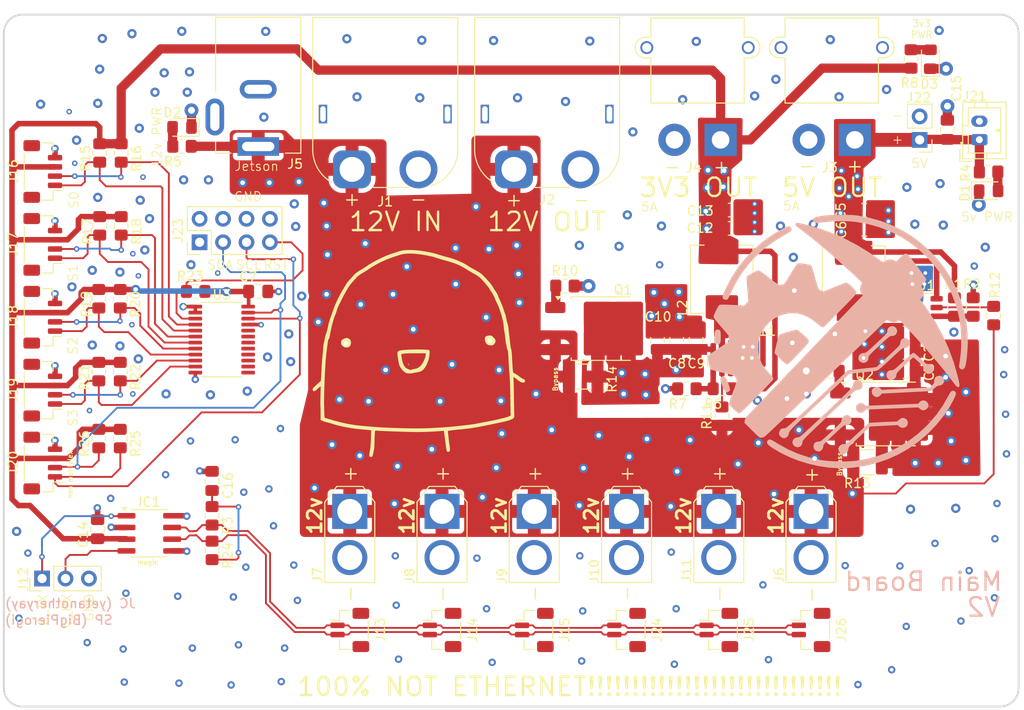
<source format=kicad_pcb>
(kicad_pcb (version 20241229) (generator "pcbnew") (generator_version "9.0")
  (layers (0 "F.Cu" signal "SIG1") (4 "In1.Cu" power "GND1") (6 "In2.Cu" signal "GND2") (2 "B.Cu" signal "SIG2") (13 "F.Paste" user) (15 "B.Paste" user) (5 "F.SilkS" user "F.Silkscreen") (7 "B.SilkS" user "B.Silkscreen") (1 "F.Mask" user) (3 "B.Mask" user) (25 "Edge.Cuts" user))
  (net 0 "")
  (net 1 "GND")
  (net 2 "Net-(U1-SW)")
  (net 3 "Net-(U1-VBST)")
  (net 4 "+5V")
  (net 5 "+3V3")
  (net 6 "Net-(U2-SW)")
  (net 7 "Net-(U2-VBST)")
  (net 8 "Net-(D1-A)")
  (net 9 "Net-(D2-A)")
  (net 10 "Net-(D3-A)")
  (net 11 "C_TX")
  (net 12 "C_RX")
  (net 13 "CANN")
  (net 14 "CANP")
  (net 15 "+12V")
  (net 20 "SCL1")
  (net 21 "GPIO_GCLK")
  (net 22 "SDA1")
  (net 23 "SDAS0")
  (net 24 "SCLS0")
  (net 25 "SDAS1")
  (net 26 "SCLS1")
  (net 27 "SCLS2")
  (net 28 "SDAS2")
  (net 29 "SDAS3")
  (net 30 "SCLS3")
  (net 31 "Net-(U1-VFB)")
  (net 32 "Net-(U2-VFB)")
  (net 33 "Net-(U2-EN)")
  (net 34 "Net-(U1-EN)")
  (net 43 "Net-(C16-Pad1)")
  (net 44 "Net-(Q1-S)")
  (net 45 "Net-(Q2-S)")
  (net 46 "Net-(Q1-G)")
  (net 47 "Net-(Q2-G)")
  (footprint "MountingHole:MountingHole_4.3mm_M4_DIN965" (layer "F.Cu") (at 121.5 90.8)
    (property "Reference" "H4" (hide yes))
    (property "Value" "M4" (hide yes))
  )
  (footprint "Connector_BarrelJack:BarrelJack_Kycon_KLDX-0202-xC_Horizontal" (layer "F.Cu") (at 43.075 34.095 -90)
    (property "Reference" "J5")
    (property "Value" "Barrel_Jack" (hide yes))
  )
  (footprint "Connector_JST:JST_PH_B2B-PH-K_1x02_P2.00mm_Vertical" (layer "F.Cu") (at 121.246571 33.355001 90)
    (property "Reference" "J21")
    (property "Value" "B2B-PH_K" (hide yes))
  )
  (footprint "LOGO" (layer "F.Cu") (at 61.585786 58.314215)
    (property "Reference" "G***" (hide yes))
    (property "Value" "LOGO" (hide yes))
  )
  (footprint "Connector_AMASS:AMASS_XT60PW-M_1x02_P7.20mm_Horizontal" (layer "F.Cu") (at 70.795 36.575)
    (property "Reference" "J2")
    (property "Value" "XT60PW-M" (hide yes))
  )
  (footprint "Connector_JST:JST_SH_BM04B-SRSS-TB_1x04-1MP_P1.00mm_Vertical" (layer "F.Cu") (at 19.725 36.805 90)
    (property "Reference" "J16")
    (property "Value" "BM04B-SRSS-TB" (hide yes))
  )
  (footprint "Capacitor_SMD:C_0805_2012Metric_Pad1.18x1.45mm_HandSolder" (layer "F.Cu") (at 108.765 41.015)
    (property "Reference" "C5")
    (property "Value" "22uF" (hide yes))
  )
  (footprint "Resistor_SMD:R_0805_2012Metric_Pad1.20x1.40mm_HandSolder" (layer "F.Cu") (at 93.346571 63.325001 90)
    (property "Reference" "R11")
    (property "Value" "10K" (hide yes))
  )
  (footprint "Capacitor_SMD:C_0805_2012Metric_Pad1.18x1.45mm_HandSolder" (layer "F.Cu") (at 113.251571 58.490001 180)
    (property "Reference" "C3")
    (property "Value" "0.1uF" (hide yes))
  )
  (footprint "Capacitor_SMD:C_0805_2012Metric_Pad1.18x1.45mm_HandSolder" (layer "F.Cu") (at 108.775 43.075)
    (property "Reference" "C6")
    (property "Value" "22uF" (hide yes))
  )
  (footprint "Capacitor_SMD:C_0805_2012Metric_Pad1.18x1.45mm_HandSolder" (layer "F.Cu") (at 88.431094 55.05343 90)
    (property "Reference" "C8")
    (property "Value" "10uF" (hide yes))
  )
  (footprint "Connector_AMASS:AMASS_XT30PW-M_1x02_P2.50mm_Horizontal" (layer "F.Cu") (at 93.195 33.375)
    (property "Reference" "J4")
    (property "Value" "XT30PW-M" (hide yes))
  )
  (footprint "MountingHole:MountingHole_4.3mm_M4_DIN965" (layer "F.Cu") (at 19.5 90.8)
    (property "Reference" "H3" (hide yes))
    (property "Value" "M4" (hide yes))
  )
  (footprint "Resistor_SMD:R_0805_2012Metric_Pad1.20x1.40mm_HandSolder" (layer "F.Cu") (at 93.391094 60.35343)
    (property "Reference" "R6")
    (property "Value" "33.2K" (hide yes))
  )
  (footprint "Connector_AMASS:AMASS_XT30PW-M_1x02_P2.50mm_Horizontal" (layer "F.Cu") (at 107.745 33.375)
    (property "Reference" "J3")
    (property "Value" "XT30PW-M" (hide yes))
  )
  (footprint "Capacitor_SMD:C_0805_2012Metric_Pad1.18x1.45mm_HandSolder" (layer "F.Cu") (at 94.290478 42.975)
    (property "Reference" "C12")
    (property "Value" "22uF" (hide yes))
  )
  (footprint "MountingHole:MountingHole_4.3mm_M4_DIN965" (layer "F.Cu") (at 19.5 23.8)
    (property "Reference" "H1" (hide yes))
    (property "Value" "M4" (hide yes))
  )
  (footprint "Resistor_SMD:R_0805_2012Metric_Pad1.20x1.40mm_HandSolder" (layer "F.Cu") (at 38.075 74.125 90)
    (property "Reference" "R3")
    (property "Value" "60" (hide yes))
  )
  (footprint "Capacitor_SMD:C_0805_2012Metric_Pad1.18x1.45mm_HandSolder" (layer "F.Cu") (at 113.251571 56.400001 180)
    (property "Reference" "C2")
    (property "Value" "10uF" (hide yes))
  )
  (footprint "Connector_AMASS:AMASS_XT30U-M_1x02_P5.0mm_Vertical" (layer "F.Cu") (at 93 73.65 -90)
    (property "Reference" "J11")
    (property "Value" "XT30U-M" (hide yes))
  )
  (footprint "Package_TO_SOT_SMD:SOT-23-6" (layer "F.Cu") (at 115.476571 51.550001)
    (property "Reference" "U1")
    (property "Value" "TPS565208" (hide yes))
  )
  (footprint "Resistor_SMD:R_0805_2012Metric_Pad1.20x1.40mm_HandSolder" (layer "F.Cu") (at 25.795 65.753429 -90)
    (property "Reference" "R26")
    (property "Value" "4.7K" (hide yes))
  )
  (footprint "Capacitor_SMD:C_0805_2012Metric_Pad1.18x1.45mm_HandSolder" (layer "F.Cu") (at 38.075 70.345 90)
    (property "Reference" "C16")
    (property "Value" "560pF" (hide yes))
  )
  (footprint "Connector_PinHeader_2.54mm:PinHeader_1x02_P2.54mm_Vertical" (layer "F.Cu") (at 114.775 33.375 180)
    (property "Reference" "J22")
    (property "Value" "Conn_01x02" (hide yes))
  )
  (footprint "Connector_AMASS:AMASS_XT30U-M_1x02_P5.0mm_Vertical" (layer "F.Cu") (at 53 73.65 -90)
    (property "Reference" "J7")
    (property "Value" "XT30U-M" (hide yes))
  )
  (footprint "Connector_JST:JST_SH_BM02B-SRSS-TB_1x02-1MP_P1.00mm_Vertical" (layer "F.Cu") (at 73 86.5 -90)
    (property "Reference" "J15")
    (property "Value" "BM02B-SRSS-TB" (hide yes))
  )
  (footprint "Resistor_SMD:R_0805_2012Metric_Pad1.20x1.40mm_HandSolder" (layer "F.Cu") (at 25.795 50.595 -90)
    (property "Reference" "R19")
    (property "Value" "4.7K" (hide yes))
  )
  (footprint "Capacitor_SMD:C_0805_2012Metric_Pad1.18x1.45mm_HandSolder" (layer "F.Cu") (at 113.251571 54.310001 180)
    (property "Reference" "C1")
    (property "Value" "10uF" (hide yes))
  )
  (footprint "Resistor_SMD:R_0805_2012Metric_Pad1.20x1.40mm_HandSolder" (layer "F.Cu") (at 120.576571 51.495001 -90)
    (property "Reference" "R2")
    (property "Value" "10K" (hide yes))
  )
  (footprint "Resistor_SMD:R_0805_2012Metric_Pad1.20x1.40mm_HandSolder" (layer "F.Cu") (at 25.895 42.695 -90)
    (property "Reference" "R17")
    (property "Value" "4.7K" (hide yes))
  )
  (footprint "Package_TO_SOT_SMD:SOT-23-6" (layer "F.Cu") (at 93.341094 57.20343 -90)
    (property "Reference" "U2")
    (property "Value" "TPS565208" (hide yes))
  )
  (footprint "Inductor_SMD:L_Abracon_ASPI-0630LR" (layer "F.Cu") (at 93.311094 48.48343 90)
    (property "Reference" "L2")
    (property "Value" "2.2uH" (hide yes))
  )
  (footprint "Connector_PinHeader_2.54mm:PinHeader_2x04_P2.54mm_Vertical" (layer "F.Cu") (at 36.725 44.475 90)
    (property "Reference" "J23")
    (property "Value" "Conn_02x04_Odd_Even" (hide yes))
  )
  (footprint "Resistor_SMD:R_0805_2012Metric_Pad1.20x1.40mm_HandSolder" (layer "F.Cu") (at 28.125 50.595 -90)
    (property "Reference" "R20")
    (property "Value" "4.7K" (hide yes))
  )
  (footprint "Resistor_SMD:R_0805_2012Metric_Pad1.20x1.40mm_HandSolder" (layer "F.Cu") (at 28.125 65.753429 -90)
    (property "Reference" "R25")
    (property "Value" "4.7K" (hide yes))
  )
  (footprint "Diode_SMD:D_0805_2012Metric_Pad1.15x1.40mm_HandSolder" (layer "F.Cu") (at 34.816571 32.025001 180)
    (property "Reference" "D2")
    (property "Value" "LED" (hide yes))
  )
  (footprint "Connector_AMASS:AMASS_XT30U-M_1x02_P5.0mm_Vertical" (layer "F.Cu") (at 103 73.65 -90)
    (property "Reference" "J6")
    (property "Value" "XT30U_M" (hide yes))
  )
  (footprint "Resistor_SMD:R_0805_2012Metric_Pad1.20x1.40mm_HandSolder" (layer "F.Cu") (at 28.225 34.795 -90)
    (property "Reference" "R16")
    (property "Value" "4.7K" (hide yes))
  )
  (footprint "Capacitor_SMD:C_0805_2012Metric_Pad1.18x1.45mm_HandSolder" (layer "F.Cu") (at 86.351094 55.05343 90)
    (property "Reference" "C10")
    (property "Value" "10uF" (hide yes))
  )
  (footprint "Resistor_SMD:R_0805_2012Metric_Pad1.20x1.40mm_HandSolder" (layer "F.Cu") (at 89.541094 60.35343)
    (property "Reference" "R7")
    (property "Value" "10K" (hide yes))
  )
  (footprint "Package_TO_SOT_SMD:TO-252-2" (layer "F.Cu") (at 111.215 63.085)
    (property "Reference" "Q2")
    (property "Value" "FQD11P06TM" (hide yes))
  )
  (footprint "Connector_PinHeader_2.54mm:PinHeader_1x03_P2.54mm_Vertical" (layer "F.Cu") (at 19.646571 80.925001 90)
    (property "Reference" "J12")
    (property "Value" "Conn_01x03" (hide yes))
  )
  (footprint "Resistor_SMD:R_0805_2012Metric_Pad1.20x1.40mm_HandSolder" (layer "F.Cu") (at 28.225 42.695 -90)
    (property "Reference" "R18")
    (property "Value" "4.7K" (hide yes))
  )
  (footprint "Resistor_SMD:R_0805_2012Metric_Pad1.20x1.40mm_HandSolder" (layer "F.Cu") (at 34.816571 34.075001)
    (property "Reference" "R5")
    (property "Value" "500" (hide yes))
  )
  (footprint "Capacitor_SMD:C_0805_2012Metric_Pad1.18x1.45mm_HandSolder" (layer "F.Cu") (at 112.266571 50.565001 -90)
    (property "Reference" "C4")
    (property "Value" "0.1uF" (hide yes))
  )
  (footprint "Resistor_SMD:R_0805_2012Metric_Pad1.20x1.40mm_HandSolder" (layer "F.Cu") (at 76.325 49.221428)
    (property "Reference" "R10")
    (property "Value" "100" (hide yes))
  )
  (footprint "Resistor_SMD:R_1210_3225Metric_Pad1.30x2.65mm_HandSolder" (layer "F.Cu") (at 109.126571 68.325001 180)
    (property "Reference" "R13")
    (property "Value" "0" (hide yes))
  )
  (footprint "Capacitor_SMD:C_0805_2012Metric_Pad1.18x1.45mm_HandSolder" (layer "F.Cu") (at 94.371094 54.01343 180)
    (property "Reference" "C11")
    (property "Value" "0.1uF" (hide yes))
  )
  (footprint "Resistor_SMD:R_1210_3225Metric_Pad1.30x2.65mm_HandSolder" (layer "F.Cu") (at 78.301095 59.035001 180)
    (property "Reference" "R14")
    (property "Value" "0" (hide yes))
  )
  (footprint "Connector_JST:JST_SH_BM04B-SRSS-TB_1x04-1MP_P1.00mm_Vertical" (layer "F.Cu") (at 19.725 44.705 90)
    (property "Reference" "J17")
    (property "Value" "BM04B-SRSS-TB" (hide yes))
  )
  (footprint "Connector_JST:JST_SH_BM04B-SRSS-TB_1x04-1MP_P1.00mm_Vertical" (layer "F.Cu") (at 19.725 68.405 90)
    (property "Reference" "J20")
    (property "Value" "BM04B-SRSS-TB" (hide yes))
  )
  (footprint "Resistor_SMD:R_0805_2012Metric_Pad1.20x1.40mm_HandSolder" (layer "F.Cu") (at 113.84 24.605 90)
    (property "Reference" "R8")
    (property "Value" "68" (hide yes))
  )
  (footprint "Connector_JST:JST_SH_BM02B-SRSS-TB_1x02-1MP_P1.00mm_Vertical" (layer "F.Cu") (at 93 86.5 -90)
    (property "Reference" "J25")
    (property "Value" "BM02B-SRSS-TB" (hide yes))
  )
  (footprint "Capacitor_SMD:C_0805_2012Metric_Pad1.18x1.45mm_HandSolder" (layer "F.Cu") (at 94.290478 40.985)
    (property "Reference" "C13")
    (property "Value" "22uF" (hide yes))
  )
  (footprint "Connector_JST:JST_SH_BM02B-SRSS-TB_1x02-1MP_P1.00mm_Vertical" (layer "F.Cu") (at 83 86.5 -90)
    (property "Reference" "J24")
    (property "Value" "BM02B-SRSS-TB" (hide yes))
  )
  (footprint "Resistor_SMD:R_0805_2012Metric_Pad1.20x1.40mm_HandSolder" (layer "F.Cu") (at 25.795 58.495 -90)
    (property "Reference" "R21")
    (property "Value" "4.7K" (hide yes))
  )
  (footprint "Connector_JST:JST_SH_BM04B-SRSS-TB_1x04-1MP_P1.00mm_Vertical" (layer "F.Cu") (at 19.725 52.605 90)
    (property "Reference" "J18")
    (property "Value" "BM04B-SRSS-TB" (hide yes))
  )
  (footprint "Resistor_SMD:R_0805_2012Metric_Pad1.20x1.40mm_HandSolder" (layer "F.Cu") (at 28.125 58.495 -90)
    (property "Reference" "R22")
    (property "Value" "4.7K" (hide yes))
  )
  (footprint "Connector_AMASS:AMASS_XT30U-M_1x02_P5.0mm_Vertical" (layer "F.Cu") (at 73 73.65 -90)
    (property "Reference" "J9")
    (property "Value" "XT30U-M" (hide yes))
  )
  (footprint "Resistor_SMD:R_0805_2012Metric_Pad1.20x1.40mm_HandSolder" (layer "F.Cu") (at 122.245001 36.853429)
    (property "Reference" "R4")
    (property "Value" "150" (hide yes))
  )
  (footprint "Resistor_SMD:R_0805_2012Metric_Pad1.20x1.40mm_HandSolder" (layer "F.Cu") (at 105.046572 58.45343 180)
    (property "Reference" "R9")
    (property "Value" "100" (hide yes))
  )
  (footprint "Inductor_SMD:L_Abracon_ASPI-0630LR" (layer "F.Cu") (at 107.626571 48.555001 90)
    (property "Reference" "L1")
    (property "Value" "3.3uH" (hide yes))
  )
  (footprint "Capacitor_SMD:C_0805_2012Metric_Pad1.18x1.45mm_HandSolder" (layer "F.Cu") (at 43.075 49.805)
    (property "Reference" "C7")
    (property "Value" "0.1uF" (hide yes))
  )
  (footprint "Resistor_SMD:R_0805_2012Metric_Pad1.20x1.40mm_HandSolder" (layer "F.Cu") (at 38.075 77.875 90)
    (property "Reference" "R24")
    (property "Value" "60" (hide yes))
  )
  (footprint "MountingHole:MountingHole_4.3mm_M4_DIN965" (layer "F.Cu") (at 121.5 23.8)
    (property "Reference" "H2" (hide yes))
    (property "Value" "M4" (hide yes))
  )
  (footprint "Resistor_SMD:R_0805_2012Metric_Pad1.20x1.40mm_HandSolder" (layer "F.Cu") (at 122.796571 52.425001 90)
    (property "Reference" "R12")
    (property "Value" "10K" (hide yes))
  )
  (footprint "Connector_AMASS:AMASS_XT30U-M_1x02_P5.0mm_Vertical" (layer "F.Cu") (at 83 73.65 -90)
    (property "Reference" "J10")
    (property "Value" "XT30U-M" (hide yes))
  )
  (footprint "Package_TO_SOT_SMD:TO-252-2" (layer "F.Cu") (at 80.315 53.83)
    (property "Reference" "Q1")
    (property "Value" "FQD11P06TM" (hide yes))
  )
  (footprint "Package_SO:SOIC-8_3.9x4.9mm_P1.27mm" (layer "F.Cu") (at 31.27 76.025)
    (property "Reference" "IC1")
    (property "Value" "TCAN3414DR" (hide yes))
  )
  (footprint "Capacitor_SMD:C_0805_2012Metric_Pad1.18x1.45mm_HandSolder" (layer "F.Cu") (at 90.541094 55.05343 90)
    (property "Reference" "C9")
    (property "Value" "0.1uF" (hide yes))
  )
  (footprint "Resistor_SMD:R_0805_2012Metric_Pad1.20x1.40mm_HandSolder" (layer "F.Cu") (at 118.546571 51.495001 90)
    (property "Reference" "R1")
    (property "Value" "54.9K" (hide yes))
  )
  (footprint "Resistor_SMD:R_0805_2012Metric_Pad1.20x1.40mm_HandSolder" (layer "F.Cu") (at 25.895 34.795 -90)
    (property "Reference" "R15")
    (property "Value" "4.7K" (hide yes))
  )
  (footprint "Connector_JST:JST_SH_BM02B-SRSS-TB_1x02-1MP_P1.00mm_Vertical" (layer "F.Cu") (at 63 86.5 -90)
    (property "Reference" "J14")
    (property "Value" "BM02B-SRSS-TB" (hide yes))
  )
  (footprint "Diode_SMD:D_0805_2012Metric_Pad1.15x1.40mm_HandSolder" (layer "F.Cu") (at 115.931572 24.63843 90)
    (property "Reference" "D3")
    (property "Value" "LED" (hide yes))
  )
  (footprint "Connector_AMASS:AMASS_XT30U-M_1x02_P5.0mm_Vertical" (layer "F.Cu") (at 63 73.65 -90)
    (property "Reference" "J8")
    (property "Value" "XT30U-M" (hide yes))
  )
  (footprint "Capacitor_SMD:C_0805_2012Metric_Pad1.18x1.45mm_HandSolder" (layer "F.Cu") (at 117.776571 32.285001 -90)
    (property "Reference" "C15")
    (property "Value" "0.1uF" (hide yes))
  )
  (footprint "Resistor_SMD:R_0805_2012Metric_Pad1.20x1.40mm_HandSolder" (layer "F.Cu") (at 36.295 49.805 180)
    (property "Reference" "R23")
    (property "Value" "10K" (hide yes))
  )
  (footprint "Connector_JST:JST_SH_BM04B-SRSS-TB_1x04-1MP_P1.00mm_Vertical" (layer "F.Cu") (at 19.725 60.505 90)
    (property "Reference" "J19")
    (property "Value" "BM04B-SRSS-TB" (hide yes))
  )
  (footprint "Connector_JST:JST_SH_BM02B-SRSS-TB_1x02-1MP_P1.00mm_Vertical" (layer "F.Cu") (at 103 86.5 -90)
    (property "Reference" "J26")
    (property "Value" "BM02B-SRSS-TB" (hide yes))
  )
  (footprint "Package_SO:TSSOP-24_4.4x7.8mm_P0.65mm" (layer "F.Cu") (at 39.12 55.025)
    (property "Reference" "U3")
    (property "Value" "TCA9548APWR" (hide yes))
  )
  (footprint "Connector_JST:JST_SH_BM02B-SRSS-TB_1x02-1MP_P1.00mm_Vertical" (layer "F.Cu") (at 53 86.5 -90)
    (property "Reference" "J13")
    (property "Value" "BM02B-SRSS-TB" (hide yes))
  )
  (footprint "Diode_SMD:D_0805_2012Metric_Pad1.15x1.40mm_HandSolder" (layer "F.Cu") (at 122.245001 38.890001)
    (property "Reference" "D1")
    (property "Value" "LED" (hide yes))
  )
  (footprint "Capacitor_SMD:C_0805_2012Metric_Pad1.18x1.45mm_HandSolder" (layer "F.Cu") (at 25.665 75.575 90)
    (property "Reference" "C14")
    (property "Value" "0.1uF" (hide yes))
  )
  (footprint "Connector_AMASS:AMASS_XT60PW-M_1x02_P7.20mm_Horizontal" (layer "F.Cu") (at 53.245 36.575)
    (property "Reference" "J1")
    (property "Value" "XT60PW-M" (hide yes))
  )
  (footprint "LOGO" (layer "B.Cu") (at 105.885786 55.214215 180)
    (property "Reference" "G***" (hide yes))
    (property "Value" "LOGO" (hide yes))
  )
  (gr_line (start 125.5 21.800001) (end 125.5 92.800001) (stroke (width 0.2)) (layer "Edge.Cuts"))
  (gr_line (start 15.5 21.8) (end 15.5 92.800003) (stroke (width 0.2)) (layer "Edge.Cuts"))
  (gr_arc (start 17.499999 94.800001) (mid 16.085786 94.214215) (end 15.5 92.800003) (stroke (width 0.2)) (layer "Edge.Cuts"))
  (gr_line (start 17.499999 94.800001) (end 123.5 94.800001) (stroke (width 0.2)) (layer "Edge.Cuts"))
  (gr_arc (start 125.5 92.800001) (mid 124.914213 94.214214) (end 123.5 94.800001) (stroke (width 0.2)) (layer "Edge.Cuts"))
  (gr_arc (start 123.5 19.800001) (mid 124.914213 20.385787) (end 125.5 21.800001) (stroke (width 0.2)) (layer "Edge.Cuts"))
  (gr_line (start 17.499998 19.800001) (end 123.5 19.800001) (stroke (width 0.2)) (layer "Edge.Cuts"))
  (gr_arc (start 15.5 21.8) (mid 16.085786 20.385787) (end 17.499998 19.800001) (stroke (width 0.2)) (layer "Edge.Cuts"))
  (gr_text "12v" (at 80.085786 76.314215 90) (layer "F.SilkS") (effects (font (size 1.5 1.5) (thickness 0.3) (bold yes)) (justify left bottom)))
  (gr_text "12v" (at 90.085786 76.314215 90) (layer "F.SilkS") (effects (font (size 1.5 1.5) (thickness 0.3) (bold yes)) (justify left bottom)))
  (gr_text "3v3\nPWR" (at 114.985786 22.414215 0) (layer "F.SilkS") (effects (font (size 0.75 0.75) (thickness 0.1)) (justify bottom)))
  (gr_text "12v" (at 100.085786 76.314215 90) (layer "F.SilkS") (effects (font (size 1.5 1.5) (thickness 0.3) (bold yes)) (justify left bottom)))
  (gr_text "S1" (at 23.585786 48.814215 90) (layer "F.SilkS") (effects (font (size 1 1) (thickness 0.1)) (justify left bottom)))
  (gr_text "GND" (at 25.335786 85.664215 90) (layer "F.SilkS") (effects (font (size 1 1) (thickness 0.1)) (justify left bottom)))
  (gr_text "non multiplex" (at 22.985786 72.314215 90) (layer "F.SilkS") (effects (font (size 0.5 0.5) (thickness 0.1)) (justify left bottom)))
  (gr_text "5A" (at 99.885786 41.114215 0) (layer "F.SilkS") (effects (font (size 1 1) (thickness 0.1)) (justify left bottom)))
  (gr_text "S3" (at 23.585786 64.514215 90) (layer "F.SilkS") (effects (font (size 1 1) (thickness 0.1)) (justify left bottom)))
  (gr_text "5A" (at 84.485786 41.214215 0) (layer "F.SilkS") (effects (font (size 1 1) (thickness 0.1)) (justify left bottom)))
  (gr_text "SDA" (at 37.485786 47.514215 0) (layer "F.SilkS") (effects (font (size 1 1) (thickness 0.1)) (justify left bottom)))
  (gr_text "5V" (at 113.785786 36.514215 0) (layer "F.SilkS") (effects (font (size 1 1) (thickness 0.1)) (justify left bottom)))
  (gr_text "12v" (at 50.085786 76.314215 90) (layer "F.SilkS") (effects (font (size 1.5 1.5) (thickness 0.3) (bold yes)) (justify left bottom)))
  (gr_text "+" (at 111.685786 33.914215 0) (layer "F.SilkS") (effects (font (size 1 1) (thickness 0.1)) (justify left bottom)))
  (gr_text "magic" (at 29.935786 79.464215 0) (layer "F.SilkS") (effects (font (size 0.5 0.5) (thickness 0.1)) (justify left bottom)))
  (gr_text "SCL" (at 40.585786 47.514215 0) (layer "F.SilkS") (effects (font (size 1 1) (thickness 0.1)) (justify left bottom)))
  (gr_text "5v PWR" (at 119.185786 42.314215 0) (layer "F.SilkS") (effects (font (size 1 1) (thickness 0.1)) (justify left bottom)))
  (gr_text "S0" (at 23.685786 40.914215 90) (layer "F.SilkS") (effects (font (size 1 1) (thickness 0.1)) (justify left bottom)))
  (gr_text "-" (at 111.685786 31.314215 0) (layer "F.SilkS") (effects (font (size 1 1) (thickness 0.1)) (justify left bottom)))
  (gr_text "5V OUT" (at 99.685786 39.714215 0) (layer "F.SilkS") (effects (font (size 2 2) (thickness 0.25)) (justify left bottom)))
  (gr_text "GND" (at 40.385786 40.114215 0) (layer "F.SilkS") (effects (font (size 1 1) (thickness 0.1)) (justify left bottom)))
  (gr_text "3V3 OUT" (at 84.249567 39.714215 0) (layer "F.SilkS") (effects (font (size 2 2) (thickness 0.25)) (justify left bottom)))
  (gr_text "RST" (at 43.585786 47.514215 0) (layer "F.SilkS") (effects (font (size 1 1) (thickness 0.1)) (justify left bottom)))
  (gr_text "S2" (at 23.585786 56.714215 90) (layer "F.SilkS") (effects (font (size 1 1) (thickness 0.1)) (justify left bottom)))
  (gr_text "Bypass" (at 75.285786 59.314215 90) (layer "F.SilkS") (effects (font (size 0.5 0.5) (thickness 0.1) (bold yes))))
  (gr_text "12v" (at 70.085786 76.314215 90) (layer "F.SilkS") (effects (font (size 1.5 1.5) (thickness 0.3) (bold yes)) (justify left bottom)))
  (gr_text "12V OUT" (at 67.785786 43.414215 0) (layer "F.SilkS") (effects (font (size 2 2) (thickness 0.25)) (justify left bottom)))
  (gr_text "C_RX" (at 22.935786 86.364215 90) (layer "F.SilkS") (effects (font (size 1 1) (thickness 0.1)) (justify left bottom)))
  (gr_text "100% NOT ETHERNET!!!!!!!!!!!!!!!!!!!!!!!!!!!!!" (at 47.135786 93.814215 0) (layer "F.SilkS") (effects (font (size 2 2) (thickness 0.25)) (justify left bottom)))
  (gr_text "12v PWR" (at 32.685786 36.414215 90) (layer "F.SilkS") (effects (font (size 1 1) (thickness 0.1)) (justify left bottom)))
  (gr_text "Bypass" (at 106.085786 68.514215 90) (layer "F.SilkS") (effects (font (size 0.5 0.5) (thickness 0.1) (bold yes))))
  (gr_text "C_TX" (at 20.335786 86.164215 90) (layer "F.SilkS") (effects (font (size 1 1) (thickness 0.1)) (justify left bottom)))
  (gr_text "12v" (at 60.085786 76.314215 90) (layer "F.SilkS") (effects (font (size 1.5 1.5) (thickness 0.3) (bold yes)) (justify left bottom)))
  (gr_text "12V IN\n" (at 52.785786 43.414215 0) (layer "F.SilkS") (effects (font (size 2 2) (thickness 0.25)) (justify left bottom)))
  (gr_text "Jetson " (at 43.285786 36.814215 0) (layer "F.SilkS") (effects (font (size 1 1) (thickness 0.1)) (justify bottom)))
  (gr_text "Main Board" (at 123.885786 82.414215 0) (layer "B.SilkS") (effects (font (size 2 2) (thickness 0.25)) (justify left bottom mirror)))
  (gr_text "JC (yetanotheryay)" (at 29.885786 84.214215 0) (layer "B.SilkS") (effects (font (size 1 1)) (justify left bottom mirror)))
  (gr_text "V2" (at 123.664949 85.204287 0) (layer "B.SilkS") (effects (font (size 2 2) (thickness 0.25)) (justify left bottom mirror)))
  (gr_text "SP (BigPierogi)" (at 27.385786 86.014215 0) (layer "B.SilkS") (effects (font (size 1 1)) (justify left bottom mirror)))
  (segment (start 35.291571 74.12) (end 35.335786 74.164215) (width 0.6) (layer "F.Cu") (net 1))
  (segment (start 36.2575 59.342501) (end 36.2575 58.6) (width 0.4) (layer "F.Cu") (net 1))
  (segment (start 36.779071 69.3075) (end 36.735786 69.264215) (width 0.6) (layer "F.Cu") (net 1))
  (segment (start 102.525001 58.25343) (end 102.485786 58.214215) (width 1) (layer "F.Cu") (net 1))
  (segment (start 121.185786 40.414215) (end 121.185786 38.924216) (width 1) (layer "F.Cu") (net 1))
  (segment (start 45.276571 49.805) (end 45.285786 49.814215) (width 0.4) (layer "F.Cu") (net 1))
  (segment (start 38.075 69.3075) (end 36.779071 69.3075) (width 0.6) (layer "F.Cu") (net 1))
  (segment (start 21.05 50.050001) (end 21.05 51.105) (width 0.6) (layer "F.Cu") (net 1))
  (segment (start 34.921571 51.45) (end 36.2575 51.45) (width 0.4) (layer "F.Cu") (net 1))
  (segment (start 27.161571 75.39) (end 27.135786 75.364215) (width 0.6) (layer "F.Cu") (net 1))
  (segment (start 25.665 74.5375) (end 25.665 73.293429) (width 0.6) (layer "F.Cu") (net 1))
  (segment (start 120.585786 49.114215) (end 120.576571 49.12343) (width 0.6) (layer "F.Cu") (net 1))
  (segment (start 120.576571 49.12343) (end 120.576571 50.495001) (width 0.6) (layer "F.Cu") (net 1))
  (segment (start 117.776571 29.72343) (end 117.776571 31.247501) (width 1) (layer "F.Cu") (net 1))
  (segment (start 117.635001 25.66343) (end 115.931572 25.66343) (width 1) (layer "F.Cu") (net 1))
  (segment (start 21.05 42.150001) (end 21.05 43.205) (width 0.6) (layer "F.Cu") (net 1))
  (segment (start 35.841571 30.17) (end 35.841571 32.025001) (width 1) (layer "F.Cu") (net 1))
  (segment (start 104.046572 58.45343) (end 102.525001 58.45343) (width 1) (layer "F.Cu") (net 1))
  (segment (start 77.325 49.221428) (end 78.878573 49.221428) (width 1) (layer "F.Cu") (net 1))
  (segment (start 28.795 75.39) (end 27.161571 75.39) (width 0.6) (layer "F.Cu") (net 1))
  (segment (start 43.371571 53.4) (end 43.385786 53.414215) (width 0.4) (layer "F.Cu") (net 1))
  (segment (start 21.05 34.314215) (end 21.05 35.305) (width 0.6) (layer "F.Cu") (net 1))
  (segment (start 33.745 74.12) (end 35.291571 74.12) (width 0.6) (layer "F.Cu") (net 1))
  (segment (start 44.1125 49.805) (end 45.276571 49.805) (width 0.4) (layer "F.Cu") (net 1))
  (segment (start 35.301571 77.93) (end 35.335786 77.964215) (width 0.6) (layer "F.Cu") (net 1))
  (segment (start 21.05 57.850001) (end 21.05 59.005) (width 0.6) (layer "F.Cu") (net 1))
  (segment (start 41.9825 53.4) (end 43.371571 53.4) (width 0.4) (layer "F.Cu") (net 1))
  (segment (start 121.185786 38.924216) (end 121.220001 38.890001) (width 1) (layer "F.Cu") (net 1))
  (segment (start 78.878573 49.221428) (end 78.885786 49.214215) (width 1) (layer "F.Cu") (net 1))
  (segment (start 87.225001 60.35343) (end 88.541094 60.35343) (width 0.6) (layer "F.Cu") (net 1))
  (segment (start 36.2575 52.1) (end 36.2575 51.45) (width 0.4) (layer "F.Cu") (net 1))
  (segment (start 117.785786 29.714215) (end 117.776571 29.72343) (width 1) (layer "F.Cu") (net 1))
  (segment (start 21.05 65.950001) (end 21.05 66.905) (width 0.6) (layer "F.Cu") (net 1))
  (segment (start 33.745 77.93) (end 35.301571 77.93) (width 0.6) (layer "F.Cu") (net 1))
  (via (at 24.785786 62.714215) (size 0.6) (drill 0.3) (layers "F.Cu" "B.Cu") (net 1))
  (via (at 113.885786 47.814215) (size 0.8) (drill 0.4) (layers "F.Cu" "B.Cu") (net 1))
  (via (at 23.185786 35.914215) (size 0.6) (drill 0.3) (layers "F.Cu" "B.Cu") (net 1))
  (via (at 110.685786 54.114215) (size 0.8) (drill 0.4) (layers "F.Cu" "B.Cu") (net 1))
  (via (at 117.334539 42.613628) (size 1) (drill 0.5) (layers "F.Cu" "B.Cu") (net 1))
  (via (at 79.017272 22.666952) (size 1) (drill 0.5) (layers "F.Cu" "B.Cu") (net 1))
  (via (at 117.785786 29.714215) (size 1.5) (drill 0.75) (layers "F.Cu" "B.Cu") (net 1))
  (via (at 114.252727 42.52024) (size 1) (drill 0.5) (layers "F.Cu" "B.Cu") (net 1))
  (via (at 21.05 65.950001) (size 0.8) (drill 0.4) (layers "F.Cu" "B.Cu") (net 1))
  (via (at 35.627875 26.009177) (size 1) (drill 0.5) (layers "F.Cu" "B.Cu") (net 1))
  (via (at 58.285786 89.664215) (size 0.8) (drill 0.4) (layers "F.Cu" "B.Cu") (net 1))
  (via (at 113.385786 38.514215) (size 1) (drill 0.5) (layers "F.Cu" "B.Cu") (net 1))
  (via (at 121.185786 40.414215) (size 1.5) (drill 0.75) (layers "F.Cu" "B.Cu") (net 1))
  (via (at 105.085786 22.514215) (size 1) (drill 0.5) (layers "F.Cu" "B.Cu") (net 1))
  (via (at 96.885786 28.614215) (size 1) (drill 0.5) (layers "F.Cu" "B.Cu") (net 1))
  (via (at 88.379519 84.199694) (size 0.8) (drill 0.4) (layers "F.Cu" "B.Cu") (net 1))
  (via (at 47.785786 50.314215) (size 1) (drill 0.5) (layers "F.Cu" "B.Cu") (net 1))
  (via (at 83.685786 32.514215) (size 1) (drill 0.5) (layers "F.Cu" "B.Cu") (net 1))
  (via (at 41.885817 60.610179) (size 1) (drill 0.5) (layers "F.Cu" "B.Cu") (net 1))
  (via (at 60.806561 22.573563) (size 1) (drill 0.5) (layers "F.Cu" "B.Cu") (net 1))
  (via (at 19.485786 29.514215) (size 1) (drill 0.5) (layers "F.Cu" "B.Cu") (net 1))
  (via (at 87.847756 78.057829) (size 0.8) (drill 0.4) (layers "F.Cu" "B.Cu") (net 1))
  (via (at 46.585786 57.414215) (size 1) (drill 0.5) (layers "F.Cu" "B.Cu") (net 1))
  (via (at 112.635786 79.564215) (size 0.8) (drill 0.4) (layers "F.Cu" "B.Cu") (net 1))
  (via (at 76.385786 29.214215) (size 1) (drill 0.5) (layers "F.Cu" "B.Cu") (net 1))
  (via (at 111.735786 90.814215) (size 0.8) (drill 0.4) (layers "F.Cu" "B.Cu") (net 1))
  (via (at 123.885786 58.814215) (size 0.8) (drill 0.4) (layers "F.Cu" "B.Cu") (net 1))
  (via (at 97.185786 61.614215) (size 1) (drill 0.5) (layers "F.Cu" "B.Cu") (net 1))
  (via (at 30.085786 48.114215) (size 0.6) (drill 0.3) (layers "F.Cu" "B.Cu") (net 1))
  (via (at 28.556162 92.149553) (size 0.8) (drill 0.4) (layers "F.Cu" "B.Cu") (net 1))
  (via (at 110.685786 58.814215) (size 0.8) (drill 0.4) (layers "F.Cu" "B.Cu") (net 1))
  (via (at 40.574009 65.880453) (size 0.8) (drill 0.4) (layers "F.Cu" "B.Cu") (net 1))
  (via (at 96.885786 43.314215) (size 0.6) (drill 0.3) (layers "F.Cu" "B.Cu") (net 1))
  (via (at 101.185786 49.714215) (size 1) (drill 0.5) (layers "F.Cu" "B.Cu") (net 1))
  (via (at 17.135786 85.214215) (size 0.8) (drill 0.4) (layers "F.Cu" "B.Cu") (net 1))
  (via (at 40.935786 88.114215) (size 0.8) (drill 0.4) (layers "F.Cu" "B.Cu") (net 1))
  (via (at 43.885786 21.614215) (size 1) (drill 0.5) (layers "F.Cu" "B.Cu") (net 1))
  (via (at 45.935786 88.464215) (size 0.8) (drill 0.4) (layers "F.Cu" "B.Cu") (net 1))
  (via (at 86.785786 42.714215) (size 1) (drill 0.5) (layers "F.Cu" "B.Cu") (net 1))
  (via (at 97.785786 81.614215) (size 0.8) (drill 0.4) (layers "F.Cu" "B.Cu") (net 1))
  (via (at 108.085786 92.414215) (size 0.8) (drill 0.4) (layers "F.Cu" "B.Cu") (net 1))
  (via (at 67.826872 84.199694) (size 0.8) (drill 0.4) (layers "F.Cu" "B.Cu") (net 1))
  (via (at 88.660786 49.864215) (size 1) (drill 0.5) (layers "F.Cu" "B.Cu") (net 1))
  (via (at 29.485786 60.914215) (size 0.6) (drill 0.3) (layers "F.Cu" "B.Cu") (net 1))
  (via (at 25.085786 47.514215) (size 1) (drill 0.5) (layers "F.Cu" "B.Cu") (net 1))
  (via (at 96.685786 55.814215) (size 0.8) (drill 0.4) (layers "F.Cu" "B.Cu") (net 1))
  (via (at 108.885786 54.114215) (size 0.8) (drill 0.4) (layers "F.Cu" "B.Cu") (net 1))
  (via (at 120.585786 49.114215) (size 1) (drill 0.5) (layers "F.Cu" "B.Cu") (net 1))
  (via (at 87.110786 51.139215) (size 1) (drill 0.5) (layers "F.Cu" "B.Cu") (net 1))
  (via (at 22.585786 30.314215) (size 0.6) (drill 0.3) (layers "F.Cu" "B.Cu") (net 1))
  (via (at 35.335786 77.964215) (size 0.8) (drill 0.4) (layers "F.Cu" "B.Cu") (net 1))
  (via (at 68.435786 90.014215) (size 0.8) (drill 0.4) (layers "F.Cu" "B.Cu") (net 1))
  (via (at 34.485786 92.264215) (size 0.8) (drill 0.4) (layers "F.Cu" "B.Cu") (net 1))
  (via (at 21.05 34.314215) (size 0.8) (drill 0.4) (layers "F.Cu" "B.Cu") (net 1))
  (via (at 110.685786 57.414215) (size 0.8) (drill 0.4) (layers "F.Cu" "B.Cu") (net 1))
  (via (at 108.785786 55.514215) (size 0.8) (drill 0.4) (layers "F.Cu" "B.Cu") (net 1))
  (via (at 123.985786 56.114215) (size 0.8) (drill 0.4) (layers "F.Cu" "B.Cu") (net 1))
  (via (at 106.69876 79.520178) (size 0.8) (drill 0.4) (layers "F.Cu" "B.Cu") (net 1))
  (via (at 35.785786 46.914215) (size 1) (drill 0.5) (layers "F.Cu" "B.Cu") (net 1))
  (via (at 115.385786 47.814215) (size 0.8) (drill 0.4) (layers "F.Cu" "B.Cu") (net 1))
  (via (at 36.735786 69.264215) (size 0.8) (drill 0.4) (layers "F.Cu" "B.Cu") (net 1))
  (via (at 41.510786 71.564215) (size 0.8) (drill 0.4) (layers "F.Cu" "B.Cu") (net 1))
  (via (at 21.05 50.050001) (size 0.8) (drill 0.4) (layers "F.Cu" "B.Cu") (net 1))
  (via (at 96.885786 40.314215) (size 0.6) (drill 0.3) (layers "F.Cu" "B.Cu") (net 1))
  (via (at 31.292577 41.910081) (size 1) (drill 0.5) (layers "F.Cu" "B.Cu") (net 1))
  (via (at 34.788591 21.602326) (size 1) (drill 0.5) (layers "F.Cu" "B.Cu") (net 1))
  (via (at 30.785786 45.314215) (size 1) (drill 0.5) (layers "F.Cu" "B.Cu") (net 1))
  (via (at 100.972916 55.370465) (size 1) (drill 0.5) (layers "F.Cu" "B.Cu") (net 1))
  (via (at 47.136083 42.761811) (size 1) (drill 0.5) (layers "F.Cu" "B.Cu") (net 1))
  (via (at 33.085786 60.914215) (size 1) (drill 0.5) (layers "F.Cu" "B.Cu") (net 1))
  (via (at 106.035227 28.711232) (size 1) (drill 0.5) (layers "F.Cu" "B.Cu") (net 1))
  (via (at 120.135786 80.064215) (size 0.8) (drill 0.4) (layers "F.Cu" "B.Cu") (net 1))
  (via (at 122.935786 76.614215) (size 0.8) (drill 0.4) (layers "F.Cu" "B.Cu") (net 1))
  (via (at 27.085786 72.239215) (size 0.8) (drill 0.4) (layers "F.Cu" "B.Cu") (net 1))
  (via (at 46.935786 79.464215) (size 0.8) (drill 0.4) (layers "F.Cu" "B.Cu") (net 1))
  (via (at 38.685786 47.814215) (size 0.6) (drill 0.3) (layers "F.Cu" "B.Cu") (net 1))
  (via (at 30.285786 39.914215) (size 1) (drill 0.5) (layers "F.Cu" "B.Cu") (net 1))
  (via (at 37.685786 37.714215) (size 1) (drill 0.5) (layers "F.Cu" "B.Cu") (net 1))
  (via (at 44.085786 56.914215) (size 1) (drill 0.5) (layers "F.Cu" "B.Cu") (net 1))
  (via (at 35.935786 88.464215) (size 0.8) (drill 0.4) (layers "F.Cu" "B.Cu") (net 1))
  (via (at 103.25159 42.52024) (size 1) (drill 0.5) (layers "F.Cu" "B.Cu") (net 1))
  (via (at 57.935786 78.464215) (size 0.8) (drill 0.4) (layers "F.Cu" "B.Cu") (net 1))
  (via (at 30.585786 37.414215) (size 0.6) (drill 0.3) (layers "F.Cu" "B.Cu") (net 1))
  (via (at 77.885786 44.814215) (size 1) (drill 0.5) (layers "F.Cu" "B.Cu") (net 1))
  (via (at 86.585786 46.914215) (size 0.8) (drill 0.4) (layers "F.Cu" "B.Cu") (net 1))
  (via (at 68.585786 22.614215) (size 1) (drill 0.5) (layers "F.Cu" "B.Cu") (net 1))
  (via (at 34.921571 51.45) (size 0.8) (drill 0.4) (layers "F.Cu" "B.Cu") (net 1))
  (via (at 45.572583 92.096377) (size 0.8) (drill 0.4) (layers "F.Cu" "B.Cu") (net 1))
  (via (at 46.385786 54.414215) (size 1) (drill 0.5) (layers "F.Cu" "B.Cu") (net 1))
  (via (at 119.248371 85.529102) (size 0.8) (drill 0.4) (layers "F.Cu" "B.Cu") (net 1))
  (via (at 16.885786 75.814215) (size 1) (drill 0.5) (layers "F.Cu" "B.Cu") (net 1))
  (via (at 99.685786 42.714215) (size 1) (drill 0.5) (layers "F.Cu" "B.Cu") (net 1))
  (via (at 110.685786 55.814215) (size 0.8) (drill 0.4) (layers "F.Cu" "B.Cu") (net 1))
  (via (at 83.085786 41.514215) (size 1) (drill 0.5) (layers "F.Cu" "B.Cu") (net 1))
  (via (at 87.225001 60.35343) (size 1) (drill 0.5) (layers "F.Cu" "B.Cu") (net 1))
  (via (at 47.327402 83.295697) (size 0.8) (drill 0.4) (layers "F.Cu" "B.Cu") (net 1))
  (via (at 102.485786 58.414215) (size 1.5) (drill 0.75) (layers "F.Cu" "B.Cu") (net 1))
  (via (at 77.935786 78.464215) (size 0.8) (drill 0.4) (layers "F.Cu" "B.Cu") (net 1))
  (via (at 85.735786 52.464215) (size 1) (drill 0.5) (layers "F.Cu" "B.Cu") (net 1))
  (via (at 124.185786 67.414215) (size 0.8) (drill 0.4) (layers "F.Cu" "B.Cu") (net 1))
  (via (at 96.885786 42.314215) (size 0.6) (drill 0.3) (layers "F.Cu" "B.Cu") (net 1))
  (via (at 36.2575 59.342501) (size 0.8) (drill 0.4) (layers "F.Cu" "B.Cu") (net 1))
  (via (at 44.735786 75.214215) (size 0.8) (drill 0.4) (layers "F.Cu" "B.Cu") (net 1))
  (via (at 89.085786 29.014215) (size 1) (drill 0.5) (layers "F.Cu" "B.Cu") (net 1))
  (via (at 100.385786 61.414215) (size 1) (drill 0.5) (layers "F.Cu" "B.Cu") (net 1))
  (via (at 21.05 57.850001) (size 0.8) (drill 0.4) (layers "F.Cu" "B.Cu") (net 1))
  (via (at 26.178193 22.386787) (size 1) (drill 0.5) (layers "F.Cu" "B.Cu") (net 1))
  (via (at 111.385786 43.414215) (size 0.8) (drill 0.4) (layers "F.Cu" "B.Cu") (net 1))
  (via (at 113.985786 49.014215) (size 0.8) (drill 0.4) (layers "F.Cu" "B.Cu") (net 1))
  (via (at 96.585786 57.014215) (size 0.8) (drill 0.4) (layers "F.Cu" "B.Cu") (net 1))
  (via (at 88.185786 90.214215) (size 0.8) (drill 0.4) (layers "F.Cu" "B.Cu") (net 1))
  (via (at 34.35238 82.843698) (size 0.8) (drill 0.4) (layers "F.Cu" "B.Cu") (net 1))
  (via (at 43.385786 53.414215) (size 0.6) (drill 0.3) (layers "F.Cu" "B.Cu") (net 1))
  (via (at 29.390749 21.863813) (size 1) (drill 0.5) (layers "F.Cu" "B.Cu") (net 1))
  (via (at 121.885786 45.014215) (size 1) (drill 0.5) (layers "F.Cu" "B.Cu") (net 1))
  (via (at 60.585786 28.814215) (size 1) (drill 0.5) (layers "F.Cu" "B.Cu") (net 1))
  (via (at 30.185786 32.114215) (size 1) (drill 0.5) (layers "F.Cu" "B.Cu") (net 1))
  (via (at 108.685786 57.014215) (size 0.8) (drill 0.4) (layers "F.Cu" "B.Cu") (net 1))
  (via (at 71.185786 28.814215) (size 1) (drill 0.5) (layers "F.Cu" "B.Cu") (net 1))
  (via (at 28.435786 88.564215) (size 0.8) (drill 0.4) (layers "F.Cu" "B.Cu") (net 1))
  (via (at 25.635786 73.264215) (size 0.8) (drill 0.4) (layers "F.Cu" "B.Cu") (net 1))
  (via (at 22.885786 49.314215) (size 1) (drill 0.5) (layers "F.Cu" "B.Cu") (net 1))
  (via (at 118.485786 54.214215) (size 1) (drill 0.5) (layers "F.Cu" "B.Cu") (net 1))
  (via (at 117.635001 25.66343) (size 1.5) (drill 0.75) (layers "F.Cu" "B.Cu") (net 1))
  (via (at 35.335786 74.164215) (size 0.8) (drill 0.4) (layers "F.Cu" "B.Cu") (net 1))
  (via (at 90.560061 22.704307) (size 1) (drill 0.5) (layers "F.Cu" "B.Cu") (net 1))
  (via (at 111.185786 27.914215) (size 1) (drill 0.5) (layers "F.Cu" "B.Cu") (net 1))
  (via (at 115.285786 49.014215) (size 0.8) (drill 0.4) (layers "F.Cu" "B.Cu") (net 1))
  (via (at 28.085786 47.714215) (size 1) (drill 0.5) (layers "F.Cu" "B.Cu") (net 1))
  (via (at 124.085786 63.114215) (size 0.8) (drill 0.4) (layers "F.Cu" "B.Cu") (net 1))
  (via (at 28.085786 55.714215) (size 1) (drill 0.5) (layers "F.Cu" "B.Cu") (net 1))
  (via (at 33.035786 69.664215) (size 0.8) (drill 0.4) (layers "F.Cu" "B.Cu") (net 1))
  (via (at 46.985786 40.314215) (size 1) (drill 0.5) (layers "F.Cu" "B.Cu") (net 1))
  (via (at 113.785786 73.414215) (size 1) (drill 0.5) (layers "F.Cu" "B.Cu") (net 1))
  (via (at 35.385786 28.214215) (size 1) (drill 0.5) (layers "F.Cu" "B.Cu") (net 1))
  (via (at 99.185786 26.814215) (size 1) (drill 0.5) (layers "F.Cu" "B.Cu") (net 1))
  (via (at 34.985786 37.714215) (size 1) (drill 0.5) (layers "F.Cu" "B.Cu") (net 1))
  (via (at 111.385786 42.214215) (size 0.8) (drill 0.4) (layers "F.Cu" "B.Cu") (net 1))
  (via (at 78.885786 49.214215) (size 1.5) (drill 0.75) (layers "F.Cu" "B.Cu") (net 1))
  (via (at 25.085786 55.614215) (size 1) (drill 0.5) (layers "F.Cu" "B.Cu") (net 1))
  (via (at 95.685786 55.814215) (size 0.8) (drill 0.4) (layers "F.Cu" "B.Cu") (net 1))
  (via (at 82.185786 44.914215) (size 1) (drill 0.5) (layers "F.Cu" "B.Cu") (net 1))
  (via (at 37.89295 61.008636) (size 1) (drill 0.5) (layers "F.Cu" "B.Cu") (net 1))
  (via (at 32.885786 26.114215) (size 1) (drill 0.5) (layers "F.Cu" "B.Cu") (net 1))
  (via (at 53.785786 28.714215) (size 1) (drill 0.5) (layers "F.Cu" "B.Cu") (net 1))
  (via (at 111.385786 41.014215) (size 0.8) (drill 0.4) (layers "F.Cu" "B.Cu") (net 1))
  (via (at 105.585786 54.414215) (size 1) (drill 0.5) (layers "F.Cu" "B.Cu") (net 1))
  (via (at 31.885786 28.214215) (size 1) (drill 0.5) (layers "F.Cu" "B.Cu") (net 1))
  (via (at 95.585786 57.014215) (size 0.8) (drill 0.4) (layers "F.Cu" "B.Cu") (net 1))
  (via (at 85.960786 49.914215) (size 1) (drill 0.5) (layers "F.Cu" "B.Cu") (net 1))
  (via (at 116.985786 38.114215) (size 1) (drill 0.5) (layers "F.Cu" "B.Cu") (net 1))
  (via (at 35.734964 66.013393) (size 0.8) (drill 0.4) (layers "F.Cu" "B.Cu") (net 1))
  (via (at 78.24943 84.438987) (size 0.8) (drill 0.4) (layers "F.Cu" "B.Cu") (net 1))
  (via (at 41.735786 79.689215) (size 0.8) (drill 0.4) (layers "F.Cu" "B.Cu") (net 1))
  (via (at 40.387892 82.923462) (size 0.8) (drill 0.4) (layers "F.Cu" "B.Cu") (net 1))
  (via (at 25.685786 29.414215) (size 1) (drill 0.5) (layers "F.Cu" "B.Cu") (net 1))
  (via (at 118.685786 73.314215) (size 1) (drill 0.5) (layers "F.Cu" "B.Cu") (net 1))
  (via (at 35.841571 30.17) (size 1.5) (drill 0.75) (layers "F.Cu" "B.Cu") (net 1))
  (via (at 120.686474 47.054167) (size 0.8) (drill 0.4) (layers "F.Cu" "B.Cu") (net 1))
  (via (at 44.235786 71.214215) (size 0.8) (drill 0.4) (layers "F.Cu" "B.Cu") (net 1))
  (via (at 30.085786 57.114215) (size 1) (drill 0.5) (layers "F.Cu" "B.Cu") (net 1))
  (via (at 24.535786 87.864215) (size 0.8) (drill 0.4) (layers "F.Cu" "B.Cu") (net 1))
  (via (at 45.285786 49.814215) (size 0.8) (drill 0.4) (layers "F.Cu" "B.Cu") (net 1))
  (via (at 23.385786 33.414215) (size 1) (drill 0.5) (layers "F.Cu" "B.Cu") (net 1))
  (via (at 25.685786 39.614215) (size 1) (drill 0.5) (layers "F.Cu" "B.Cu") (net 1))
  (via (at 123.155271 72.790612) (size 0.8) (drill 0.4) (layers "F.Cu" "B.Cu") (net 1))
  (via (at 113.319212 86.114041) (size 0.8) (drill 0.4) (layers "F.Cu" "B.Cu") (net 1))
  (via (at 96.885786 41.314215) (size 0.6) (drill 0.3) (layers "F.Cu" "B.Cu") (net 1))
  (via (at 52.685786 22.414215) (size 1) (drill 0.5) (layers "F.Cu" "B.Cu") (net 1))
  (via (at 43.685786 30.914215) (size 1) (drill 0.5) (layers "F.Cu" "B.Cu") (net 1))
  (via (at 122.885786 83.014215) (size 0.8) (drill 0.4) (layers "F.Cu" "B.Cu") (net 1))
  (via (at 102.485786 60.914215) (size 1) (drill 0.5) (layers "F.Cu" "B.Cu") (net 1))
  (via (at 40.135786 92.464215) (size 0.8) (drill 0.4) (layers "F.Cu" "B.Cu") (net 1))
  (via (at 88.735786 52.564215) (size 1) (drill 0.5) (layers "F.Cu" "B.Cu") (net 1))
  (via (at 25.885786 25.714215) (size 1) (drill 0.5) (layers "F.Cu" "B.Cu") (net 1))
  (via (at 29.485786 45.714215) (size 0.6) (drill 0.3) (layers "F.Cu" "B.Cu") (net 1))
  (via (at 27.135786 75.364215) (size 0.8) (drill 0.4) (layers "F.Cu" "B.Cu") (net 1))
  (via (at 78.135786 89.864215) (size 0.8) (drill 0.4) (layers "F.Cu" "B.Cu") (net 1))
  (via (at 28.735786 82.514215) (size 0.8) (drill 0.4) (layers "F.Cu" "B.Cu") (net 1))
  (via (at 21.05 42.150001) (size 0.8) (drill 0.4) (layers "F.Cu" "B.Cu") (net 1))
  (via (at 116.885786 21.514215) (size 1) (drill 0.5) (layers "F.Cu" "B.Cu") (net 1))
  (via (at 29.385786 53.414215) (size 0.6) (drill 0.3) (layers "F.Cu" "B.Cu") (net 1))
  (via (at 18.110786 78.164215) (size 0.8) (drill 0.4) (layers "F.Cu" "B.Cu") (net 1))
  (via (at 101.085786 46.114215) (size 1) (drill 0.5) (layers "F.Cu" "B.Cu") (net 1))
  (via (at 98.385786 89.714215) (size 0.8) (drill 0.4) (layers "F.Cu" "B.Cu") (net 1))
  (via (at 58.035786 83.814215) (size 0.8) (drill 0.4) (layers "F.Cu" "B.Cu") (net 1))
  (via (at 45.485786 64.664215) (size 0.8) (drill 0.4) (layers "F.Cu" "B.Cu") (net 1))
  (via (at 66.785786 78.714215) (size 0.8) (drill 0.4) (layers "F.Cu" "B.Cu") (net 1))
  (via (at 116.435786 77.114215) (size 0.8) (drill 0.4) (layers "F.Cu" "B.Cu") (net 1))
  (segment (start 112.366571 49.527501) (end 112.366571 46.93343) (width 0.6) (layer "F.Cu") (net 3))
  (segment (start 112.366571 46.93343) (end 112.785786 46.514215) (width 0.6) (layer "F.Cu") (net 3))
  (segment (start 116.614071 46.7425) (end 116.614071 50.600001) (width 0.6) (layer "F.Cu") (net 3))
  (segment (start 112.785786 46.514215) (end 116.385786 46.514215) (width 0.6) (layer "F.Cu") (net 3))
  (segment (start 116.385786 46.514215) (end 116.614071 46.7425) (width 0.6) (layer "F.Cu") (net 3))
  (segment (start 118.546571 47.025) (end 118.546571 50.495001) (width 0.6) (layer "F.Cu") (net 4))
  (segment (start 107.745 33.375) (end 114.775 33.375) (width 1.5) (layer "F.Cu") (net 4))
  (segment (start 107.626571 45.530001) (end 117.051572 45.530001) (width 0.6) (layer "F.Cu") (net 4))
  (segment (start 121.246571 33.355001) (end 117.809071 33.355001) (width 1) (layer "F.Cu") (net 4))
  (segment (start 121.246571 33.355001) (end 121.246571 36.851859) (width 1) (layer "F.Cu") (net 4))
  (segment (start 117.051572 45.530001) (end 118.546571 47.025) (width 0.6) (layer "F.Cu") (net 4))
  (segment (start 121.246571 36.851859) (end 121.245001 36.853429) (width 1) (layer "F.Cu") (net 4))
  (segment (start 117.776571 33.322501) (end 114.827499 33.322501) (width 1) (layer "F.Cu") (net 4))
  (via (at 106.285786 36.714215) (size 0.8) (drill 0.4) (layers "F.Cu" "B.Cu") (net 4))
  (via (at 106.285786 43.314215) (size 0.8) (drill 0.4) (layers "F.Cu" "B.Cu") (net 4))
  (via (at 107.985786 37.314215) (size 0.8) (drill 0.4) (layers "F.Cu" "B.Cu") (net 4))
  (via (at 108.085786 38.714215) (size 0.8) (drill 0.4) (layers "F.Cu" "B.Cu") (net 4))
  (via (at 106.085786 38.614215) (size 0.8) (drill 0.4) (layers "F.Cu" "B.Cu") (net 4))
  (via (at 107.085786 39.514215) (size 0.8) (drill 0.4) (layers "F.Cu" "B.Cu") (net 4))
  (via (at 106.185786 41.314215) (size 0.8) (drill 0.4) (layers "F.Cu" "B.Cu") (net 4))
  (segment (start 22.395001 60.005) (end 23.285786 59.114215) (width 0.6) (layer "F.Cu") (net 5))
  (segment (start 96.425001 33.375) (end 104.195001 25.605) (width 1) (layer "F.Cu") (net 5))
  (segment (start 16.385786 67.914215) (end 16.385786 68.414215) (width 0.6) (layer "F.Cu") (net 5))
  (segment (start 16.885786 36.305) (end 16.395001 36.305) (width 0.6) (layer "F.Cu") (net 5))
  (segment (start 16.385786 59.514215) (end 16.385786 60.014215) (width 0.6) (layer "F.Cu") (net 5))
  (segment (start 21.934071 76.6125) (end 25.665 76.6125) (width 0.6) (layer "F.Cu") (net 5))
  (segment (start 21.05 52.105) (end 16.985786 52.105) (width 0.6) (layer "F.Cu") (net 5))
  (segment (start 16.385786 68.414215) (end 16.385786 72.314215) (width 0.6) (layer "F.Cu") (net 5))
  (segment (start 23.685786 66.714215) (end 23.685786 65.114215) (width 0.6) (layer "F.Cu") (net 5))
  (segment (start 23.905001 57.495) (end 25.795 57.495) (width 0.6) (layer "F.Cu") (net 5))
  (segment (start 16.876571 67.905) (end 16.876571 67.92343) (width 0.6) (layer "F.Cu") (net 5))
  (segment (start 93.195 33.375) (end 96.425001 33.375) (width 1) (layer "F.Cu") (net 5))
  (segment (start 16.385786 36.314215) (end 16.385786 36.814215) (width 0.6) (layer "F.Cu") (net 5))
  (segment (start 16.385786 52.114215) (end 16.385786 52.614215) (width 0.6) (layer "F.Cu") (net 5))
  (segment (start 99.085786 59.214215) (end 99.085786 45.914215) (width 0.6) (layer "F.Cu") (net 5))
  (segment (start 16.985786 60.005) (end 16.876571 60.005) (width 0.6) (layer "F.Cu") (net 5))
  (segment (start 16.395001 44.205) (end 16.385786 44.214215) (width 0.6) (layer "F.Cu") (net 5))
  (segment (start 104.195001 25.605) (end 113.84 25.605) (width 1) (layer "F.Cu") (net 5))
  (segment (start 24.205001 49.595) (end 25.795 49.595) (width 0.6) (layer "F.Cu") (net 5))
  (segment (start 16.395001 36.305) (end 16.385786 36.314215) (width 0.6) (layer "F.Cu") (net 5))
  (segment (start 22.495001 67.905) (end 23.685786 66.714215) (width 0.6) (layer "F.Cu") (net 5))
  (segment (start 49.585786 25.814215) (end 47.285786 23.514215) (width 1) (layer "F.Cu") (net 5))
  (segment (start 16.876571 67.905) (end 16.385786 67.414215) (width 0.6) (layer "F.Cu") (net 5))
  (segment (start 28.225 27.775001) (end 28.225 33.795) (width 1) (layer "F.Cu") (net 5))
  (segment (start 16.885786 44.205) (end 16.876571 44.205) (width 0.6) (layer "F.Cu") (net 5))
  (segment (start 16.385786 60.514215) (end 16.385786 67.414215) (width 0.6) (layer "F.Cu") (net 5))
  (segment (start 21.05 36.305) (end 16.885786 36.305) (width 0.6) (layer "F.Cu") (net 5))
  (segment (start 93.195 33.375) (end 93.195 26.723429) (width 1) (layer "F.Cu") (net 5))
  (segment (start 23.285786 58.114215) (end 23.905001 57.495) (width 0.6) (layer "F.Cu") (net 5))
  (segment (start 47.285786 23.514215) (end 32.485786 23.514215) (width 1) (layer "F.Cu") (net 5))
  (segment (start 21.05 52.105) (end 22.395001 52.105) (width 0.6) (layer "F.Cu") (net 5))
  (segment (start 16.885786 36.305) (end 16.876571 36.305) (width 0.6) (layer "F.Cu") (net 5))
  (segment (start 92.285786 25.814215) (end 49.585786 25.814215) (width 1) (layer "F.Cu") (net 5))
  (segment (start 42.028285 49.814215) (end 42.0375 49.805) (width 0.6) (layer "F.Cu") (net 5))
  (segment (start 17.085786 67.905) (end 16.395001 67.905) (width 0.6) (layer "F.Cu") (net 5))
  (segment (start 25.665 76.6125) (end 28.7475 76.6125) (width 0.6) (layer "F.Cu") (net 5))
  (segment (start 16.385786 51.614215) (end 16.385786 52.114215) (width 0.6) (layer "F.Cu") (net 5))
  (segment (start 16.985786 52.105) (end 16.876571 52.105) (width 0.6) (layer "F.Cu") (net 5))
  (segment (start 16.885786 44.205) (end 16.885786 44.214215) (width 0.6) (layer "F.Cu") (net 5))
  (segment (start 16.985786 60.005) (end 16.395001 60.005) (width 0.6) (layer "F.Cu") (net 5))
  (segment (start 23.885786 49.914215) (end 24.205001 49.595) (width 0.6) (layer "F.Cu") (net 5))
  (segment (start 16.885786 44.214215) (end 16.385786 44.714215) (width 0.6) (layer "F.Cu") (net 5))
  (segment (start 97.946571 60.35343) (end 99.085786 59.214215) (width 0.6) (layer "F.Cu") (net 5))
  (segment (start 23.905001 41.695) (end 25.895 41.695) (width 0.6) (layer "F.Cu") (net 5))
  (segment (start 17.085786 31.614215) (end 16.385786 32.314215) (width 0.6) (layer "F.Cu") (net 5))
  (segment (start 99.085786 45.914215) (end 98.630001 45.45843) (width 0.6) (layer "F.Cu") (net 5))
  (segment (start 32.485786 23.514215) (end 28.225 27.775001) (width 1) (layer "F.Cu") (net 5))
  (segment (start 39.635786 49.814215) (end 42.028285 49.814215) (width 0.6) (layer "F.Cu") (net 5))
  (segment (start 37.304215 49.814215) (end 37.295 49.805) (width 0.6) (layer "F.Cu") (net 5))
  (segment (start 16.385786 44.714215) (end 16.385786 51.614215) (width 0.6) (layer "F.Cu") (net 5))
  (segment (start 16.885786 36.314215) (end 16.385786 36.814215) (width 0.6) (layer "F.Cu") (net 5))
  (segment (start 21.05 60.005) (end 22.395001 60.005) (width 0.6) (layer "F.Cu") (net 5))
  (segment (start 23.685786 65.114215) (end 24.046572 64.753429) (width 0.6) (layer "F.Cu") (net 5))
  (segment (start 16.385786 43.714215) (end 16.385786 44.214215) (width 0.6) (layer "F.Cu") (net 5))
  (segment (start 22.395001 52.105) (end 23.885786 50.614215) (width 0.6) (layer "F.Cu") (net 5))
  (segment (start 16.395001 60.005) (end 16.385786 60.014215) (width 0.6) (layer "F.Cu") (net 5))
  (segment (start 16.385786 67.414215) (end 16.385786 67.914215) (width 0.6) (layer "F.Cu") (net 5))
  (segment (start 28.225 41.695) (end 25.895 41.695) (width 0.6) (layer "F.Cu") (net 5))
  (segment (start 16.385786 52.614215) (end 16.385786 59.514215) (width 0.6) (layer "F.Cu") (net 5))
  (segment (start 25.795 49.595) (end 28.125 49.595) (width 0.6) (layer "F.Cu") (net 5))
  (segment (start 16.395001 52.105) (end 16.385786 52.114215) (width 0.6) (layer "F.Cu") (net 5))
  (segment (start 23.585786 43.014215) (end 23.585786 42.014215) (width 0.6) (layer "F.Cu") (net 5))
  (segment (start 16.876571 52.105) (end 16.876571 52.12343) (width 0.6) (layer "F.Cu") (net 5))
  (segment (start 25.795 57.495) (end 28.125 57.495) (width 0.6) (layer "F.Cu") (net 5))
  (segment (start 24.046572 64.753429) (end 25.795 64.753429) (width 0.6) (layer "F.Cu") (net 5))
  (segment (start 94.391094 60.35343) (end 97.946571 60.35343) (width 0.6) (layer "F.Cu") (net 5))
  (segment (start 17.085786 73.014215) (end 18.335786 73.014215) (width 0.6) (layer "F.Cu") (net 5))
  (segment (start 25.485786 31.614215) (end 17.085786 31.614215) (width 0.6) (layer "F.Cu") (net 5))
  (segment (start 17.085786 67.905) (end 16.876571 67.905) (width 0.6) (layer "F.Cu") (net 5))
  (segment (start 16.876571 44.205) (end 16.385786 43.714215) (width 0.6) (layer "F.Cu") (net 5))
  (segment (start 16.876571 52.105) (end 16.385786 51.614215) (width 0.6) (layer "F.Cu") (net 5))
  (segment (start 23.285786 59.114215) (end 23.285786 58.114215) (width 0.6) (layer "F.Cu") (net 5))
  (segment (start 18.335786 73.014215) (end 21.934071 76.6125) (width 0.6) (layer "F.Cu") (net 5))
  (segment (start 16.885786 44.205) (end 16.395001 44.205) (width 0.6) (layer "F.Cu") (net 5))
  (segment (start 23.585786 42.014215) (end 23.905001 41.695) (width 0.6) (layer "F.Cu") (net 5))
  (segment (start 16.385786 72.314215) (end 17.085786 73.014215) (width 0.6) (layer "F.Cu") (net 5))
  (segment (start 16.876571 52.12343) (end 16.385786 52.614215) (width 0.6) (layer "F.Cu") (net 5))
  (segment (start 22.395001 44.205) (end 23.585786 43.014215) (width 0.6) (layer "F.Cu") (net 5))
  (segment (start 25.895 32.023429) (end 25.485786 31.614215) (width 0.6) (layer "F.Cu") (net 5))
  (segment (start 42.0375 49.805) (end 42.0375 51.395) (width 0.4) (layer "F.Cu") (net 5))
  (segment (start 16.876571 36.305) (end 16.385786 35.814215) (width 0.6) (layer "F.Cu") (net 5))
  (segment (start 16.876571 67.92343) (end 16.385786 68.414215) (width 0.6) (layer "F.Cu") (net 5))
  (segment (start 25.795 64.753429) (end 28.125 64.753429) (width 0.6) (layer "F.Cu") (net 5))
  (segment (start 21.05 44.205) (end 22.395001 44.205) (width 0.6) (layer "F.Cu") (net 5))
  (segment (start 16.985786 60.005) (end 16.895001 60.005) (width 0.6) (layer "F.Cu") (net 5))
  (segment (start 28.7475 76.6125) (end 28.795 76.66) (width 0.6) (layer "F.Cu") (net 5))
  (segment (start 16.385786 35.814215) (end 16.385786 36.314215) (width 0.6) (layer "F.Cu") (net 5))
  (segment (start 16.985786 52.105) (end 16.395001 52.105) (width 0.6) (layer "F.Cu") (net 5))
  (segment (start 16.885786 36.305) (end 16.885786 36.314215) (width 0.6) (layer "F.Cu") (net 5))
  (segment (start 25.895 33.795) (end 25.895 32.023429) (width 0.6) (layer "F.Cu") (net 5))
  (segment (start 39.635786 49.814215) (end 37.304215 49.814215) (width 0.6) (layer "F.Cu") (net 5))
  (segment (start 93.195 26.723429) (end 92.285786 25.814215) (width 1) (layer "F.Cu") (net 5))
  (segment (start 16.876571 60.005) (end 16.385786 59.514215) (width 0.6) (layer "F.Cu") (net 5))
  (segment (start 16.385786 36.814215) (end 16.385786 43.714215) (width 0.6) (layer "F.Cu") (net 5))
  (segment (start 29.785786 49.595) (end 28.125 49.595) (width 0.6) (layer "F.Cu") (net 5))
  (segment (start 98.630001 45.45843) (end 93.311094 45.45843) (width 0.6) (layer "F.Cu") (net 5))
  (segment (start 16.395001 67.905) (end 16.385786 67.914215) (width 0.6) (layer "F.Cu") (net 5))
  (segment (start 16.385786 60.014215) (end 16.385786 60.514215) (width 0.6) (layer "F.Cu") (net 5))
  (segment (start 16.385786 32.314215) (end 16.385786 35.814215) (width 0.6) (layer "F.Cu") (net 5))
  (segment (start 21.05 60.005) (end 16.985786 60.005) (width 0.6) (layer "F.Cu") (net 5))
  (segment (start 16.895001 60.005) (end 16.385786 60.514215) (width 0.6) (layer "F.Cu") (net 5))
  (segment (start 16.385786 44.214215) (end 16.385786 44.714215) (width 0.6) (layer "F.Cu") (net 5))
  (segment (start 21.05 67.905) (end 17.085786 67.905) (width 0.6) (layer "F.Cu") (net 5))
  (segment (start 23.885786 50.614215) (end 23.885786 49.914215) (width 0.6) (layer "F.Cu") (net 5))
  (segment (start 28.225 33.795) (end 25.895 33.795) (width 1) (layer "F.Cu") (net 5))
  (segment (start 21.05 67.905) (end 22.495001 67.905) (width 0.6) (layer "F.Cu") (net 5))
  (segment (start 21.05 44.205) (end 16.885786 44.205) (width 0.6) (layer "F.Cu") (net 5))
  (via (at 91.835786 36.664215) (size 1) (drill 0.5) (layers "F.Cu" "B.Cu") (net 5))
  (via (at 93.585786 36.714215) (size 1) (drill 0.5) (layers "F.Cu" "B.Cu") (net 5))
  (via (at 39.635786 49.814215) (size 1) (drill 0.5) (layers "F.Cu" "B.Cu") (net 5))
  (via (at 91.735786 38.564215) (size 1) (drill 0.5) (layers "F.Cu" "B.Cu") (net 5))
  (via (at 93.485786 38.464215) (size 1) (drill 0.5) (layers "F.Cu" "B.Cu") (net 5))
  (via (at 91.585786 41.114215) (size 1) (drill 0.5) (layers "F.Cu" "B.Cu") (net 5))
  (via (at 91.685786 43.014215) (size 1) (drill 0.5) (layers "F.Cu" "B.Cu") (net 5))
  (via (at 29.785786 49.595) (size 1) (drill 0.5) (layers "F.Cu" "B.Cu") (net 5))
  (segment (start 29.785786 49.595) (end 29.955001 49.764215) (width 0.6) (layer "B.Cu") (net 5))
  (segment (start 29.955001 49.764215) (end 39.585786 49.764215) (width 0.6) (layer "B.Cu") (net 5))
  (segment (start 39.585786 49.764215) (end 39.635786 49.814215) (width 0.6) (layer "B.Cu") (net 5))
  (segment (start 97.159071 58.34093) (end 97.785786 57.714215) (width 0.6) (layer "F.Cu") (net 7))
  (segment (start 97.385001 54.01343) (end 95.408594 54.01343) (width 0.6) (layer "F.Cu") (net 7))
  (segment (start 97.785786 54.414215) (end 97.385001 54.01343) (width 0.6) (layer "F.Cu") (net 7))
  (segment (start 97.785786 57.714215) (end 97.785786 54.414215) (width 0.6) (layer "F.Cu") (net 7))
  (segment (start 94.291094 58.34093) (end 97.159071 58.34093) (width 0.6) (layer "F.Cu") (net 7))
  (segment (start 123.245001 36.853429) (end 123.245001 38.865001) (width 1) (layer "F.Cu") (net 8))
  (segment (start 33.791571 32.025001) (end 33.791571 34.050001) (width 1) (layer "F.Cu") (net 9))
  (segment (start 115.923142 23.605) (end 115.931572 23.61343) (width 1) (layer "F.Cu") (net 10))
  (segment (start 113.84 23.605) (end 115.923142 23.605) (width 1) (layer "F.Cu") (net 10))
  (segment (start 19.646571 78.575) (end 19.646571 80.925001) (width 0.2) (layer "F.Cu") (net 11))
  (segment (start 19.635786 78.564215) (end 19.646571 78.575) (width 0.2) (layer "F.Cu") (net 11))
  (segment (start 27.135786 74.164215) (end 28.750785 74.164215) (width 0.2) (layer "F.Cu") (net 11))
  (via (at 27.135786 74.164215) (size 0.6) (drill 0.3) (layers "F.Cu" "B.Cu") (net 11))
  (via (at 19.635786 78.564215) (size 0.6) (drill 0.3) (layers "F.Cu" "B.Cu") (net 11))
  (segment (start 19.635786 76.614215) (end 22.085786 74.164215) (width 0.2) (layer "B.Cu") (net 11))
  (segment (start 19.635786 78.564215) (end 19.635786 77.264215) (width 0.2) (layer "B.Cu") (net 11))
  (segment (start 19.635786 77.264215) (end 19.635786 77.164215) (width 0.2) (layer "B.Cu") (net 11))
  (segment (start 19.635786 77.264215) (end 19.635786 76.614215) (width 0.2) (layer "B.Cu") (net 11))
  (segment (start 22.085786 74.164215) (end 27.135786 74.164215) (width 0.2) (layer "B.Cu") (net 11))
  (segment (start 22.186571 78.81343) (end 22.635786 78.364215) (width 0.2) (layer "F.Cu") (net 12))
  (segment (start 24.970001 77.93) (end 28.795 77.93) (width 0.2) (layer "F.Cu") (net 12))
  (segment (start 24.535786 78.364215) (end 24.970001 77.93) (width 0.2) (layer "F.Cu") (net 12))
  (segment (start 22.635786 78.364215) (end 24.535786 78.364215) (width 0.2) (layer "F.Cu") (net 12))
  (segment (start 22.186571 80.925001) (end 22.186571 78.81343) (width 0.2) (layer "F.Cu") (net 12))
  (segment (start 36.374999 76.225) (end 37.024999 76.875) (width 0.2) (layer "F.Cu") (net 13))
  (segment (start 47.028371 86.725) (end 50.237499 86.725) (width 0.2) (layer "F.Cu") (net 13))
  (segment (start 53.112501 86.725) (end 60.237499 86.725) (width 0.2) (layer "F.Cu") (net 13))
  (segment (start 52.837501 87) (end 53.112501 86.725) (width 0.2) (layer "F.Cu") (net 13))
  (segment (start 41.778371 76.225) (end 43.910786 78.357415) (width 0.2) (layer "F.Cu") (net 13))
  (segment (start 61.675 87) (end 62.837501 87) (width 0.2) (layer "F.Cu") (net 13))
  (segment (start 63.112501 86.725) (end 70.237499 86.725) (width 0.2) (layer "F.Cu") (net 13))
  (segment (start 37.024999 76.875) (end 38.075 76.875) (width 0.2) (layer "F.Cu") (net 13))
  (segment (start 92.837501 87) (end 93.112501 86.725) (width 0.2) (layer "F.Cu") (net 13))
  (segment (start 36.232992 76.225) (end 36.374999 76.225) (width 0.2) (layer "F.Cu") (net 13))
  (segment (start 43.910786 83.607415) (end 47.028371 86.725) (width 0.2) (layer "F.Cu") (net 13))
  (segment (start 81.675 87) (end 82.837501 87) (width 0.2) (layer "F.Cu") (net 13))
  (segment (start 35.207501 76.66) (end 35.617501 76.25) (width 0.2) (layer "F.Cu") (net 13))
  (segment (start 39.775001 76.225) (end 41.778371 76.225) (width 0.2) (layer "F.Cu") (net 13))
  (segment (start 80.512499 87) (end 81.675 87) (width 0.2) (layer "F.Cu") (net 13))
  (segment (start 62.837501 87) (end 63.112501 86.725) (width 0.2) (layer "F.Cu") (net 13))
  (segment (start 50.237499 86.725) (end 50.512499 87) (width 0.2) (layer "F.Cu") (net 13))
  (segment (start 72.837501 87) (end 73.112501 86.725) (width 0.2) (layer "F.Cu") (net 13))
  (segment (start 100.237499 86.725) (end 100.512499 87) (width 0.2) (layer "F.Cu") (net 13))
  (segment (start 35.617501 76.25) (end 36.207992 76.25) (width 0.2) (layer "F.Cu") (net 13))
  (segment (start 51.675 87) (end 52.837501 87) (width 0.2) (layer "F.Cu") (net 13))
  (segment (start 82.837501 87) (end 83.112501 86.725) (width 0.2) (layer "F.Cu") (net 13))
  (segment (start 73.112501 86.725) (end 80.237499 86.725) (width 0.2) (layer "F.Cu") (net 13))
  (segment (start 90.237499 86.725) (end 90.512499 87) (width 0.2) (layer "F.Cu") (net 13))
  (segment (start 50.512499 87) (end 51.675 87) (width 0.2) (layer "F.Cu") (net 13))
  (segment (start 36.207992 76.25) (end 36.232992 76.225) (width 0.2) (layer "F.Cu") (net 13))
  (segment (start 60.512499 87) (end 61.675 87) (width 0.2) (layer "F.Cu") (net 13))
  (segment (start 38.075 76.875) (end 39.125001 76.875) (width 0.2) (layer "F.Cu") (net 13))
  (segment (start 70.512499 87) (end 71.675 87) (width 0.2) (layer "F.Cu") (net 13))
  (segment (start 93.112501 86.725) (end 100.237499 86.725) (width 0.2) (layer "F.Cu") (net 13))
  (segment (start 91.675 87) (end 92.837501 87) (width 0.2) (layer "F.Cu") (net 13))
  (segment (start 100.512499 87) (end 101.675 87) (width 0.2) (layer "F.Cu") (net 13))
  (segment (start 33.745 76.66) (end 35.207501 76.66) (width 0.2) (layer "F.Cu") (net 13))
  (segment (start 71.675 87) (end 72.837501 87) (width 0.2) (layer "F.Cu") (net 13))
  (segment (start 43.910786 78.357415) (end 43.910786 83.607415) (width 0.2) (layer "F.Cu") (net 13))
  (segment (start 90.512499 87) (end 91.675 87) (width 0.2) (layer "F.Cu") (net 13))
  (segment (start 39.125001 76.875) (end 39.775001 76.225) (width 0.2) (layer "F.Cu") (net 13))
  (segment (start 80.237499 86.725) (end 80.512499 87) (width 0.2) (layer "F.Cu") (net 13))
  (segment (start 83.112501 86.725) (end 90.237499 86.725) (width 0.2) (layer "F.Cu") (net 13))
  (segment (start 60.237499 86.725) (end 60.512499 87) (width 0.2) (layer "F.Cu") (net 13))
  (segment (start 70.237499 86.725) (end 70.512499 87) (width 0.2) (layer "F.Cu") (net 13))
  (segment (start 60.237499 86.275) (end 60.512499 86) (width 0.2) (layer "F.Cu") (net 14))
  (segment (start 90.512499 86) (end 91.675 86) (width 0.2) (layer "F.Cu") (net 14))
  (segment (start 52.837501 86) (end 53.112501 86.275) (width 0.2) (layer "F.Cu") (net 14))
  (segment (start 38.075 75.125) (end 39.125001 75.125) (width 0.2) (layer "F.Cu") (net 14))
  (segment (start 61.675 86) (end 62.837501 86) (width 0.2) (layer "F.Cu") (net 14))
  (segment (start 81.675 86) (end 82.837501 86) (width 0.2) (layer "F.Cu") (net 14))
  (segment (start 35.207501 75.39) (end 35.617501 75.8) (width 0.2) (layer "F.Cu") (net 14))
  (segment (start 71.675 86) (end 72.837501 86) (width 0.2) (layer "F.Cu") (net 14))
  (segment (start 80.512499 86) (end 81.675 86) (width 0.2) (layer "F.Cu") (net 14))
  (segment (start 44.360786 83.421015) (end 47.214771 86.275) (width 0.2) (layer "F.Cu") (net 14))
  (segment (start 70.237499 86.275) (end 70.512499 86) (width 0.2) (layer "F.Cu") (net 14))
  (segment (start 93.112501 86.275) (end 100.237499 86.275) (width 0.2) (layer "F.Cu") (net 14))
  (segment (start 33.745 75.39) (end 35.207501 75.39) (width 0.2) (layer "F.Cu") (net 14))
  (segment (start 83.112501 86.275) (end 90.237499 86.275) (width 0.2) (layer "F.Cu") (net 14))
  (segment (start 91.675 86) (end 92.837501 86) (width 0.2) (layer "F.Cu") (net 14))
  (segment (start 63.112501 86.275) (end 70.237499 86.275) (width 0.2) (layer "F.Cu") (net 14))
  (segment (start 80.237499 86.275) (end 80.512499 86) (width 0.2) (layer "F.Cu") (net 14))
  (segment (start 39.125001 75.125) (end 39.775001 75.775) (width 0.2) (layer "F.Cu") (net 14))
  (segment (start 37.024999 75.125) (end 38.075 75.125) (width 0.2) (layer "F.Cu") (net 14))
  (segment (start 44.360786 78.171015) (end 44.360786 83.421015) (width 0.2) (layer "F.Cu") (net 14))
  (segment (start 100.512499 86) (end 101.675 86) (width 0.2) (layer "F.Cu") (net 14))
  (segment (start 60.512499 86) (end 61.675 86) (width 0.2) (layer "F.Cu") (net 14))
  (segment (start 50.237499 86.275) (end 50.512499 86) (width 0.2) (layer "F.Cu") (net 14))
  (segment (start 90.237499 86.275) (end 90.512499 86) (width 0.2) (layer "F.Cu") (net 14))
  (segment (start 41.964771 75.775) (end 44.360786 78.171015) (width 0.2) (layer "F.Cu") (net 14))
  (segment (start 100.237499 86.275) (end 100.512499 86) (width 0.2) (layer "F.Cu") (net 14))
  (segment (start 36.035786 75.8) (end 36.060786 75.775) (width 0.2) (layer "F.Cu") (net 14))
  (segment (start 39.775001 75.775) (end 41.964771 75.775) (width 0.2) (layer "F.Cu") (net 14))
  (segment (start 51.675 86) (end 52.837501 86) (width 0.2) (layer "F.Cu") (net 14))
  (segment (start 53.112501 86.275) (end 60.237499 86.275) (width 0.2) (layer "F.Cu") (net 14))
  (segment (start 47.214771 86.275) (end 50.237499 86.275) (width 0.2) (layer "F.Cu") (net 14))
  (segment (start 62.837501 86) (end 63.112501 86.275) (width 0.2) (layer "F.Cu") (net 14))
  (segment (start 92.837501 86) (end 93.112501 86.275) (width 0.2) (layer "F.Cu") (net 14))
  (segment (start 36.060786 75.775) (end 36.374999 75.775) (width 0.2) (layer "F.Cu") (net 14))
  (segment (start 70.512499 86) (end 71.675 86) (width 0.2) (layer "F.Cu") (net 14))
  (segment (start 36.374999 75.775) (end 37.024999 75.125) (width 0.2) (layer "F.Cu") (net 14))
  (segment (start 73.112501 86.275) (end 80.237499 86.275) (width 0.2) (layer "F.Cu") (net 14))
  (segment (start 72.837501 86) (end 73.112501 86.275) (width 0.2) (layer "F.Cu") (net 14))
  (segment (start 82.837501 86) (end 83.112501 86.275) (width 0.2) (layer "F.Cu") (net 14))
  (segment (start 35.617501 75.8) (end 36.035786 75.8) (width 0.2) (layer "F.Cu") (net 14))
  (segment (start 50.512499 86) (end 51.675 86) (width 0.2) (layer "F.Cu") (net 14))
  (segment (start 121.785786 70.614215) (end 113.285786 70.614215) (width 0.2) (layer "F.Cu") (net 15))
  (segment (start 35.816571 34.075001) (end 43.055001 34.075001) (width 1) (layer "F.Cu") (net 15))
  (segment (start 122.796571 69.60343) (end 121.785786 70.614215) (width 0.2) (layer "F.Cu") (net 15))
  (segment (start 112.185786 71.714215) (end 107.485786 71.714215) (width 0.2) (layer "F.Cu") (net 15))
  (segment (start 113.285786 70.614215) (end 112.185786 71.714215) (width 0.2) (layer "F.Cu") (net 15))
  (segment (start 122.796571 53.425001) (end 122.796571 69.60343) (width 0.2) (layer "F.Cu") (net 15))
  (via (at 69.185786 58.314215) (size 1) (drill 0.5) (layers "F.Cu" "B.Cu") (net 15))
  (via (at 58.172491 68.753927) (size 1) (drill 0.5) (layers "F.Cu" "B.Cu") (net 15))
  (via (at 97.285786 66.214215) (size 1) (drill 0.5) (layers "F.Cu" "B.Cu") (net 15))
  (via (at 79.985786 65.414215) (size 1) (drill 0.5) (layers "F.Cu" "B.Cu") (net 15))
  (via (at 67.785786 52.614215) (size 1) (drill 0.5) (layers "F.Cu" "B.Cu") (net 15))
  (via (at 52.585786 55.414215) (size 1) (drill 0.5) (layers "F.Cu" "B.Cu") (net 15))
  (via (at 49.185786 71.114215) (size 1) (drill 0.5) (layers "F.Cu" "B.Cu") (net 15))
  (via (at 41.385786 38.014215) (size 1) (drill 0.5) (layers "F.Cu" "B.Cu") (net 15))
  (via (at 78.335786 68.964215) (size 1) (drill 0.5) (layers "F.Cu" "B.Cu") (net 15))
  (via (at 103.385786 67.914215) (size 1) (drill 0.5) (layers "F.Cu" "B.Cu") (net 15))
  (via (at 68.885786 68.914215) (size 1) (drill 0.5) (layers "F.Cu" "B.Cu") (net 15))
  (via (at 55.037522 61.717098) (size 1) (drill 0.5) (layers "F.Cu" "B.Cu") (net 15))
  (via (at 64.469661 45.105557) (size 1) (drill 0.5) (layers "F.Cu" "B.Cu") (net 15))
  (via (at 64.485786 49.014215) (size 1) (drill 0.5) (layers "F.Cu" "B.Cu") (net 15))
  (via (at 51.885786 61.514215) (size 1) (drill 0.5) (layers "F.Cu" "B.Cu") (net 15))
  (via (at 44.285786 38.014215) (size 1) (drill 0.5) (layers "F.Cu" "B.Cu") (net 15))
  (via (at 57.835786 72.814215) (size 1) (drill 0.5) (layers "F.Cu" "B.Cu") (net 15))
  (via (at 107.485786 71.714215) (size 1) (drill 0.5) (layers "F.Cu" "B.Cu") (net 15))
  (via (at 71.385786 51.014215) (size 1) (drill 0.5) (layers "F.Cu" "B.Cu") (net 15))
  (via (at 83.285786 67.714215) (size 1) (drill 0.5) (layers "F.Cu" "B.Cu") (net 15))
  (via (at 101.685786 64.814215) (size 1) (drill 0.5) (layers "F.Cu" "B.Cu") (net 15))
  (via (at 47.485786 37.914215) (size 1) (drill 0.5) (layers "F.Cu" "B.Cu") (net 15))
  (via (at 51.085786 66.414215) (size 1) (drill 0.5) (layers "F.Cu" "B.Cu") (net 15))
  (via (at 89.885786 65.914215) (size 1) (drill 0.5) (layers "F.Cu" "B.Cu") (net 15))
  (via (at 64.085786 57.714215) (size 1) (drill 0.5) (layers "F.Cu" "B.Cu") (net 15))
  (via (at 50.585786 45.814215) (size 1) (drill 0.5) (layers "F.Cu" "B.Cu") (net 15))
  (via (at 68.185786 55.114215) (size 1) (drill 0.5) (layers "F.Cu" "B.Cu") (net 15))
  (via (at 69.485786 65.214215) (size 1) (drill 0.5) (layers "F.Cu" "B.Cu") (net 15))
  (via (at 59.185786 47.114215) (size 1) (drill 0.5) (layers "F.Cu" "B.Cu") (net 15))
  (via (at 71.285786 47.914215) (size 1) (drill 0.5) (layers "F.Cu" "B.Cu") (net 15))
  (via (at 95.085786 68.514215) (size 1) (drill 0.5) (layers "F.Cu" "B.Cu") (net 15))
  (via (at 68.085786 45.214215) (size 1) (drill 0.5) (layers "F.Cu" "B.Cu") (net 15))
  (via (at 85.217357 65.792056) (size 1) (drill 0.5) (layers "F.Cu" "B.Cu") (net 15))
  (via (at 69.381959 61.661065) (size 1) (drill 0.5) (layers "F.Cu" "B.Cu") (net 15))
  (via (at 59.885786 53.914215) (size 1) (drill 0.5) (layers "F.Cu" "B.Cu") (net 15))
  (via (at 98.985786 71.764215) (size 1) (drill 0.5) (layers "F.Cu" "B.Cu") (net 15))
  (via (at 62.798086 61.717098) (size 1) (drill 0.5) (layers "F.Cu" "B.Cu") (net 15))
  (via (at 54.085786 67.614215) (size 1) (drill 0.5) (layers "F.Cu" "B.Cu") (net 15))
  (via (at 67.385786 72.114215) (size 1) (drill 0.5) (layers "F.Cu" "B.Cu") (net 15))
  (via (at 54.685786 44.614215) (size 1) (drill 0.5) (layers "F.Cu" "B.Cu") (net 15))
  (via (at 50.485786 50.114215) (size 1) (drill 0.5) (layers "F.Cu" "B.Cu") (net 15))
  (via (at 50.485786 42.714215) (size 1) (drill 0.5) (layers "F.Cu" "B.Cu") (net 15))
  (via (at 88.485786 69.314215) (size 1) (drill 0.5) (layers "F.Cu" "B.Cu") (net 15))
  (via (at 49.585786 53.114215) (size 1) (drill 0.5) (layers "F.Cu" "B.Cu") (net 15))
  (via (at 73.185786 60.914215) (size 1) (drill 0.5) (layers "F.Cu" "B.Cu") (net 15))
  (via (at 56.885786 58.314215) (size 1) (drill 0.5) (layers "F.Cu" "B.Cu") (net 15))
  (via (at 61.885786 66.914215) (size 1) (drill 0.5) (layers "F.Cu" "B.Cu") (net 15))
  (via (at 71.085786 44.814215) (size 1) (drill 0.5) (layers "F.Cu" "B.Cu") (net 15))
  (via (at 87.785786 73.114215) (size 1) (drill 0.5) (layers "F.Cu" "B.Cu") (net 15))
  (via (at 50.185786 40.214215) (size 1) (drill 0.5) (layers "F.Cu" "B.Cu") (net 15))
  (via (at 74.885786 64.814215) (size 1) (drill 0.5) (layers "F.Cu" "B.Cu") (net 15))
  (via (at 57.685786 50.114215) (size 1) (drill 0.5) (layers "F.Cu" "B.Cu") (net 15))
  (via (at 54.185786 51.214215) (size 1) (drill 0.5) (layers "F.Cu" "B.Cu") (net 15))
  (via (at 77.885786 73.014215) (size 1) (drill 0.5) (layers "F.Cu" "B.Cu") (net 15))
  (via (at 66.685786 40.614215) (size 1) (drill 0.5) (layers "F.Cu" "B.Cu") (net 15))
  (segment (start 41.805 46.133429) (end 41.805 44.475) (width 0.2) (layer "F.Cu") (net 20))
  (segment (start 28.125 68.975001) (end 28.125 66.753429) (width 0.2) (layer "F.Cu") (net 20))
  (segment (start 47.585786 52.714215) (end 47.585786 58.814215) (width 0.2) (layer "F.Cu") (net 20))
  (segment (start 21.05 69.905) (end 27.195001 69.905) (width 0.2) (layer "F.Cu") (net 20))
  (segment (start 47.550001 52.75) (end 41.9825 52.75) (width 0.2) (layer "F.Cu") (net 20))
  (segment (start 47.585786 58.814215) (end 43.485786 62.914215) (width 0.2) (layer "F.Cu") (net 20))
  (segment (start 41.985786 46.314215) (end 41.805 46.133429) (width 0.2) (layer "F.Cu") (net 20))
  (segment (start 47.585786 52.714215) (end 47.550001 52.75) (width 0.2) (layer "F.Cu") (net 20))
  (segment (start 28.935786 70.914215) (end 21.385786 70.914215) (width 0.2) (layer "F.Cu") (net 20))
  (segment (start 21.385786 70.914215) (end 21.05 70.578429) (width 0.2) (layer "F.Cu") (net 20))
  (segment (start 36.935786 62.914215) (end 28.935786 70.914215) (width 0.2) (layer "F.Cu") (net 20))
  (segment (start 43.485786 62.914215) (end 36.935786 62.914215) (width 0.2) (layer "F.Cu") (net 20))
  (segment (start 21.05 70.578429) (end 21.05 69.905) (width 0.2) (layer "F.Cu") (net 20))
  (segment (start 46.885786 46.314215) (end 41.985786 46.314215) (width 0.2) (layer "F.Cu") (net 20))
  (segment (start 27.195001 69.905) (end 28.125 68.975001) (width 0.2) (layer "F.Cu") (net 20))
  (via (at 46.885786 46.314215) (size 0.6) (drill 0.3) (layers "F.Cu" "B.Cu") (net 20))
  (via (at 47.585786 52.714215) (size 0.6) (drill 0.3) (layers "F.Cu" "B.Cu") (net 20))
  (segment (start 47.585786 52.014215) (end 46.885786 51.314215) (width 0.2) (layer "B.Cu") (net 20))
  (segment (start 46.885786 51.314215) (end 46.885786 46.314215) (width 0.2) (layer "B.Cu") (net 20))
  (segment (start 47.585786 52.714215) (end 47.585786 52.014215) (width 0.2) (layer "B.Cu") (net 20))
  (segment (start 47.885786 47.514215) (end 47.885786 45.714215) (width 0.2) (layer "F.Cu") (net 21))
  (segment (start 34.495001 49.805) (end 35.295 49.805) (width 0.2) (layer "F.Cu") (net 21))
  (segment (start 34.821571 52.75) (end 34.221571 52.15) (width 0.2) (layer "F.Cu") (net 21))
  (segment (start 36.2575 52.75) (end 34.821571 52.75) (width 0.2) (layer "F.Cu") (net 21))
  (segment (start 46.646571 44.475) (end 44.345 44.475) (width 0.2) (layer "F.Cu") (net 21))
  (segment (start 46.785786 48.614215) (end 47.885786 47.514215) (width 0.2) (layer "F.Cu") (net 21))
  (segment (start 35.295 49.805) (end 35.295 48.905001) (width 0.2) (layer "F.Cu") (net 21))
  (segment (start 35.295 48.905001) (end 35.585786 48.614215) (width 0.2) (layer "F.Cu") (net 21))
  (segment (start 47.885786 45.714215) (end 46.646571 44.475) (width 0.2) (layer "F.Cu") (net 21))
  (segment (start 35.585786 48.614215) (end 46.785786 48.614215) (width 0.2) (layer "F.Cu") (net 21))
  (segment (start 34.221571 50.07843) (end 34.495001 49.805) (width 0.2) (layer "F.Cu") (net 21))
  (segment (start 34.221571 52.15) (end 34.221571 50.07843) (width 0.2) (layer "F.Cu") (net 21))
  (segment (start 44.500001 52.1) (end 41.9825 52.1) (width 0.2) (layer "F.Cu") (net 22))
  (segment (start 21.140785 68.814215) (end 21.05 68.905) (width 0.2) (layer "F.Cu") (net 22))
  (segment (start 25.795 68.105001) (end 25.795 66.753429) (width 0.2) (layer "F.Cu") (net 22))
  (segment (start 25.085786 68.814215) (end 25.795 68.105001) (width 0.2) (layer "F.Cu") (net 22))
  (segment (start 45.485786 51.814215) (end 44.785786 51.814215) (width 0.2) (layer "F.Cu") (net 22))
  (segment (start 23.485786 68.814215) (end 25.085786 68.814215) (width 0.2) (layer "F.Cu") (net 22))
  (segment (start 44.785786 51.814215) (end 44.500001 52.1) (width 0.2) (layer "F.Cu") (net 22))
  (segment (start 23.485786 68.814215) (end 21.140785 68.814215) (width 0.2) (layer "F.Cu") (net 22))
  (via (at 23.485786 68.814215) (size 0.6) (drill 0.3) (layers "F.Cu" "B.Cu") (net 22))
  (via (at 45.485786 51.814215) (size 0.6) (drill 0.3) (layers "F.Cu" "B.Cu") (net 22))
  (segment (start 45.985786 50.614215) (end 45.985786 48.114215) (width 0.2) (layer "B.Cu") (net 22))
  (segment (start 45.585786 47.714215) (end 40.085786 47.714215) (width 0.2) (layer "B.Cu") (net 22))
  (segment (start 45.485786 59.514215) (end 45.485786 51.814215) (width 0.2) (layer "B.Cu") (net 22))
  (segment (start 45.985786 48.114215) (end 45.585786 47.714215) (width 0.2) (layer "B.Cu") (net 22))
  (segment (start 39.265 46.893429) (end 39.265 44.475) (width 0.2) (layer "B.Cu") (net 22))
  (segment (start 27.785786 62.414215) (end 42.585786 62.414215) (width 0.2) (layer "B.Cu") (net 22))
  (segment (start 40.085786 47.714215) (end 39.265 46.893429) (width 0.2) (layer "B.Cu") (net 22))
  (segment (start 45.485786 51.114215) (end 45.985786 50.614215) (width 0.2) (layer "B.Cu") (net 22))
  (segment (start 45.485786 51.814215) (end 45.485786 51.114215) (width 0.2) (layer "B.Cu") (net 22))
  (segment (start 42.585786 62.414215) (end 45.485786 59.514215) (width 0.2) (layer "B.Cu") (net 22))
  (segment (start 23.485786 66.714215) (end 27.785786 62.414215) (width 0.2) (layer "B.Cu") (net 22))
  (segment (start 23.485786 68.814215) (end 23.485786 66.714215) (width 0.2) (layer "B.Cu") (net 22))
  (segment (start 28.225 37.375001) (end 28.225 35.795) (width 0.2) (layer "F.Cu") (net 23))
  (segment (start 28.185786 37.414215) (end 28.225 37.375001) (width 0.2) (layer "F.Cu") (net 23))
  (segment (start 36.2575 53.4) (end 34.271571 53.4) (width 0.2) (layer "F.Cu") (net 23))
  (segment (start 32.166571 35.795) (end 28.225 35.795) (width 0.2) (layer "F.Cu") (net 23))
  (segment (start 33.385786 52.514215) (end 33.385786 37.014215) (width 0.2) (layer "F.Cu") (net 23))
  (segment (start 23.185786 37.305) (end 21.05 37.305) (width 0.2) (layer "F.Cu") (net 23))
  (segment (start 33.385786 37.014215) (end 32.166571 35.795) (width 0.2) (layer "F.Cu") (net 23))
  (segment (start 34.271571 53.4) (end 33.385786 52.514215) (width 0.2) (layer "F.Cu") (net 23))
  (via (at 28.185786 37.414215) (size 0.6) (drill 0.3) (layers "F.Cu" "B.Cu") (net 23))
  (via (at 23.185786 37.305) (size 0.6) (drill 0.3) (layers "F.Cu" "B.Cu") (net 23))
  (segment (start 23.185786 37.305) (end 23.195001 37.314215) (width 0.2) (layer "B.Cu") (net 23))
  (segment (start 23.195001 37.314215) (end 28.085786 37.314215) (width 0.2) (layer "B.Cu") (net 23))
  (segment (start 28.085786 37.314215) (end 28.185786 37.414215) (width 0.2) (layer "B.Cu") (net 23))
  (segment (start 26.585786 38.414215) (end 25.895 37.723429) (width 0.2) (layer "F.Cu") (net 24))
  (segment (start 25.895 37.723429) (end 25.895 35.795) (width 0.2) (layer "F.Cu") (net 24))
  (segment (start 24.605001 35.795) (end 24.285786 36.114215) (width 0.2) (layer "F.Cu") (net 24))
  (segment (start 32.685786 38.614215) (end 32.485786 38.414215) (width 0.2) (layer "F.Cu") (net 24))
  (segment (start 33.921571 54.05) (end 32.685786 52.814215) (width 0.2) (layer "F.Cu") (net 24))
  (segment (start 25.895 35.795) (end 24.605001 35.795) (width 0.2) (layer "F.Cu") (net 24))
  (segment (start 36.2575 54.05) (end 33.921571 54.05) (width 0.2) (layer "F.Cu") (net 24))
  (segment (start 32.485786 38.414215) (end 26.585786 38.414215) (width 0.2) (layer "F.Cu") (net 24))
  (segment (start 24.285786 37.914215) (end 23.895001 38.305) (width 0.2) (layer "F.Cu") (net 24))
  (segment (start 32.685786 52.814215) (end 32.685786 38.614215) (width 0.2) (layer "F.Cu") (net 24))
  (segment (start 24.285786 36.114215) (end 24.285786 37.914215) (width 0.2) (layer "F.Cu") (net 24))
  (segment (start 23.895001 38.305) (end 21.05 38.305) (width 0.2) (layer "F.Cu") (net 24))
  (segment (start 31.885786 44.014215) (end 31.566571 43.695) (width 0.2) (layer "F.Cu") (net 25))
  (segment (start 28.225 45.314215) (end 28.225 43.695) (width 0.2) (layer "F.Cu") (net 25))
  (segment (start 31.885786 53.314215) (end 31.885786 44.014215) (width 0.2) (layer "F.Cu") (net 25))
  (segment (start 33.271571 54.7) (end 31.885786 53.314215) (width 0.2) (layer "F.Cu") (net 25))
  (segment (start 36.2575 54.7) (end 33.271571 54.7) (width 0.2) (layer "F.Cu") (net 25))
  (segment (start 23.385786 45.205) (end 21.05 45.205) (width 0.2) (layer "F.Cu") (net 25))
  (segment (start 31.566571 43.695) (end 28.225 43.695) (width 0.2) (layer "F.Cu") (net 25))
  (via (at 28.225 45.314215) (size 0.6) (drill 0.3) (layers "F.Cu" "B.Cu") (net 25))
  (via (at 23.385786 45.205) (size 0.6) (drill 0.3) (layers "F.Cu" "B.Cu") (net 25))
  (segment (start 23.426571 45.164215) (end 23.385786 45.205) (width 0.2) (layer "B.Cu") (net 25))
  (segment (start 28.225 45.314215) (end 27.135786 45.314215) (width 0.2) (layer "B.Cu") (net 25))
  (segment (start 26.985786 45.164215) (end 23.426571 45.164215) (width 0.2) (layer "B.Cu") (net 25))
  (segment (start 27.135786 45.314215) (end 26.985786 45.164215) (width 0.2) (layer "B.Cu") (net 25))
  (segment (start 24.805001 43.695) (end 25.895 43.695) (width 0.2) (layer "F.Cu") (net 26))
  (segment (start 31.185786 53.614215) (end 31.185786 47.414215) (width 0.2) (layer "F.Cu") (net 26))
  (segment (start 30.385786 46.614215) (end 26.785786 46.614215) (width 0.2) (layer "F.Cu") (net 26))
  (segment (start 24.095001 46.205) (end 24.585786 45.714215) (width 0.2) (layer "F.Cu") (net 26))
  (segment (start 32.921571 55.35) (end 31.185786 53.614215) (width 0.2) (layer "F.Cu") (net 26))
  (segment (start 24.585786 45.714215) (end 24.585786 43.914215) (width 0.2) (layer "F.Cu") (net 26))
  (segment (start 36.2575 55.35) (end 32.921571 55.35) (width 0.2) (layer "F.Cu") (net 26))
  (segment (start 26.785786 46.614215) (end 25.895 45.723429) (width 0.2) (layer "F.Cu") (net 26))
  (segment (start 21.05 46.205) (end 24.095001 46.205) (width 0.2) (layer "F.Cu") (net 26))
  (segment (start 25.895 45.723429) (end 25.895 43.695) (width 0.2) (layer "F.Cu") (net 26))
  (segment (start 24.585786 43.914215) (end 24.805001 43.695) (width 0.2) (layer "F.Cu") (net 26))
  (segment (start 31.185786 47.414215) (end 30.385786 46.614215) (width 0.2) (layer "F.Cu") (net 26))
  (segment (start 28.985786 54.214215) (end 26.385786 54.214215) (width 0.2) (layer "F.Cu") (net 27))
  (segment (start 24.705001 51.595) (end 24.485786 51.814215) (width 0.2) (layer "F.Cu") (net 27))
  (segment (start 25.795 53.623429) (end 25.795 51.595) (width 0.2) (layer "F.Cu") (net 27))
  (segment (start 26.385786 54.214215) (end 25.795 53.623429) (width 0.2) (layer "F.Cu") (net 27))
  (segment (start 25.795 51.595) (end 24.705001 51.595) (width 0.2) (layer "F.Cu") (net 27))
  (segment (start 36.2575 56.65) (end 31.421571 56.65) (width 0.2) (layer "F.Cu") (net 27))
  (segment (start 23.776571 54.105) (end 21.05 54.105) (width 0.2) (layer "F.Cu") (net 27))
  (segment (start 24.485786 53.614215) (end 23.985786 54.114215) (width 0.2) (layer "F.Cu") (net 27))
  (segment (start 23.785786 54.114215) (end 23.776571 54.105) (width 0.2) (layer "F.Cu") (net 27))
  (segment (start 31.421571 56.65) (end 28.985786 54.214215) (width 0.2) (layer "F.Cu") (net 27))
  (segment (start 23.985786 54.114215) (end 23.785786 54.114215) (width 0.2) (layer "F.Cu") (net 27))
  (segment (start 24.485786 51.814215) (end 24.485786 53.614215) (width 0.2) (layer "F.Cu") (net 27))
  (segment (start 29.666571 51.595) (end 28.125 51.595) (width 0.2) (layer "F.Cu") (net 28))
  (segment (start 23.385786 53.114215) (end 23.376571 53.105) (width 0.2) (layer "F.Cu") (net 28))
  (segment (start 30.285786 52.214215) (end 29.666571 51.595) (width 0.2) (layer "F.Cu") (net 28))
  (segment (start 23.376571 53.105) (end 21.05 53.105) (width 0.2) (layer "F.Cu") (net 28))
  (segment (start 28.125 52.975001) (end 28.085786 53.014215) (width 0.2) (layer "F.Cu") (net 28))
  (segment (start 28.125 51.595) (end 28.125 52.975001) (width 0.2) (layer "F.Cu") (net 28))
  (segment (start 36.2575 56) (end 32.771571 56) (width 0.2) (layer "F.Cu") (net 28))
  (segment (start 32.771571 56) (end 30.285786 53.514215) (width 0.2) (layer "F.Cu") (net 28))
  (segment (start 30.285786 53.514215) (end 30.285786 52.214215) (width 0.2) (layer "F.Cu") (net 28))
  (via (at 23.385786 53.114215) (size 0.6) (drill 0.3) (layers "F.Cu" "B.Cu") (net 28))
  (via (at 28.085786 53.014215) (size 0.6) (drill 0.3) (layers "F.Cu" "B.Cu") (net 28))
  (segment (start 27.985786 53.114215) (end 28.085786 53.014215) (width 0.2) (layer "B.Cu") (net 28))
  (segment (start 23.385786 53.114215) (end 27.985786 53.114215) (width 0.2) (layer "B.Cu") (net 28))
  (segment (start 29.905001 59.495) (end 28.125 59.495) (width 0.2) (layer "F.Cu") (net 29))
  (segment (start 28.125 61.014215) (end 28.125 59.495) (width 0.2) (layer "F.Cu") (net 29))
  (segment (start 22.985786 61.014215) (end 22.785786 61.014215) (width 0.2) (layer "F.Cu") (net 29))
  (segment (start 32.100001 57.3) (end 29.905001 59.495) (width 0.2) (layer "F.Cu") (net 29))
  (segment (start 22.776571 61.005) (end 21.05 61.005) (width 0.2) (layer "F.Cu") (net 29))
  (segment (start 36.2575 57.3) (end 32.100001 57.3) (width 0.2) (layer "F.Cu") (net 29))
  (segment (start 22.785786 61.014215) (end 22.776571 61.005) (width 0.2) (layer "F.Cu") (net 29))
  (via (at 28.125 61.014215) (size 0.6) (drill 0.3) (layers "F.Cu" "B.Cu") (net 29))
  (via (at 22.985786 61.014215) (size 0.6) (drill 0.3) (layers "F.Cu" "B.Cu") (net 29))
  (segment (start 28.125 61.014215) (end 22.985786 61.014215) (width 0.2) (layer "B.Cu") (net 29))
  (segment (start 25.795 59.495) (end 24.605001 59.495) (width 0.2) (layer "F.Cu") (net 30))
  (segment (start 33.550001 57.95) (end 29.385786 62.114215) (width 0.2) (layer "F.Cu") (net 30))
  (segment (start 36.2575 57.95) (end 33.550001 57.95) (width 0.2) (layer "F.Cu") (net 30))
  (segment (start 25.795 61.823429) (end 25.795 59.495) (width 0.2) (layer "F.Cu") (net 30))
  (segment (start 24.605001 59.495) (end 24.285786 59.814215) (width 0.2) (layer "F.Cu") (net 30))
  (segment (start 24.285786 61.614215) (end 23.895001 62.005) (width 0.2) (layer "F.Cu") (net 30))
  (segment (start 29.385786 62.114215) (end 26.085786 62.114215) (width 0.2) (layer "F.Cu") (net 30))
  (segment (start 26.085786 62.114215) (end 25.795 61.823429) (width 0.2) (layer "F.Cu") (net 30))
  (segment (start 24.285786 59.814215) (end 24.285786 61.614215) (width 0.2) (layer "F.Cu") (net 30))
  (segment (start 23.895001 62.005) (end 21.05 62.005) (width 0.2) (layer "F.Cu") (net 30))
  (segment (start 118.541571 52.500001) (end 118.546571 52.495001) (width 0.6) (layer "F.Cu") (net 31))
  (segment (start 120.576571 52.495001) (end 118.546571 52.495001) (width 0.6) (layer "F.Cu") (net 31))
  (segment (start 116.614071 52.500001) (end 118.541571 52.500001) (width 0.6) (layer "F.Cu") (net 31))
  (segment (start 92.391094 58.34093) (end 92.391094 60.35343) (width 0.6) (layer "F.Cu") (net 32))
  (segment (start 92.391094 60.35343) (end 90.541094 60.35343) (width 0.6) (layer "F.Cu") (net 32))
  (segment (start 93.346571 62.325001) (end 93.346571 58.346407) (width 0.2) (layer "F.Cu") (net 33))
  (segment (start 93.346571 58.346407) (end 93.341094 58.34093) (width 0.2) (layer "F.Cu") (net 33))
  (segment (start 122.696571 51.525001) (end 116.639071 51.525001) (width 0.2) (layer "F.Cu") (net 34))
  (segment (start 116.639071 51.525001) (end 116.614071 51.550001) (width 0.2) (layer "F.Cu") (net 34))
  (segment (start 122.796571 51.425001) (end 122.696571 51.525001) (width 0.2) (layer "F.Cu") (net 34))
  (segment (start 40.935786 78.664215) (end 40.725001 78.875) (width 0.2) (layer "F.Cu") (net 43))
  (segment (start 40.725001 78.875) (end 38.075 78.875) (width 0.2) (layer "F.Cu") (net 43))
  (segment (start 40.896571 73.125) (end 38.075 73.125) (width 0.2) (layer "F.Cu") (net 43))
  (segment (start 38.075 73.125) (end 38.075 71.3825) (width 0.2) (layer "F.Cu") (net 43))
  (segment (start 40.935786 78.114215) (end 40.935786 78.664215) (width 0.2) (layer "F.Cu") (net 43))
  (segment (start 40.935786 73.164215) (end 40.896571 73.125) (width 0.2) (layer "F.Cu") (net 43))
  (via (at 40.935786 78.114215) (size 0.6) (drill 0.3) (layers "F.Cu" "B.Cu") (net 43))
  (via (at 40.935786 73.164215) (size 0.6) (drill 0.3) (layers "F.Cu" "B.Cu") (net 43))
  (segment (start 40.935786 78.114215) (end 40.935786 73.164215) (width 0.2) (layer "B.Cu") (net 43))
  (via (at 82.685786 60.914215) (size 1) (drill 0.5) (layers "F.Cu" "B.Cu") (net 44))
  (via (at 82.485786 58.639215) (size 1) (drill 0.5) (layers "F.Cu" "B.Cu") (net 44))
  (via (at 85.010786 58.764215) (size 1) (drill 0.5) (layers "F.Cu" "B.Cu") (net 44))
  (via (at 88.385786 58.314215) (size 1) (drill 0.5) (layers "F.Cu" "B.Cu") (net 44))
  (via (at 85.085786 61.014215) (size 1) (drill 0.5) (layers "F.Cu" "B.Cu") (net 44))
  (via (at 119.785786 68.114215) (size 1) (drill 0.5) (layers "F.Cu" "B.Cu") (net 45))
  (via (at 114.285786 68.414215) (size 1) (drill 0.5) (layers "F.Cu" "B.Cu") (net 45))
  (via (at 117.885786 63.014215) (size 1) (drill 0.5) (layers "F.Cu" "B.Cu") (net 45))
  (via (at 117.585786 56.814215) (size 1) (drill 0.5) (layers "F.Cu" "B.Cu") (net 45))
  (via (at 118.185786 66.014215) (size 1) (drill 0.5) (layers "F.Cu" "B.Cu") (net 45))
  (via (at 116.785786 68.414215) (size 1) (drill 0.5) (layers "F.Cu" "B.Cu") (net 45))
  (via (at 119.785786 60.714215) (size 1) (drill 0.5) (layers "F.Cu" "B.Cu") (net 45))
  (via (at 117.585786 59.114215) (size 1) (drill 0.5) (layers "F.Cu" "B.Cu") (net 45))
  (segment (start 75.325 49.221428) (end 75.325 51.5) (width 1) (layer "F.Cu") (net 46))
  (segment (start 75.325 51.5) (end 75.275 51.55) (width 1) (layer "F.Cu") (net 46))
  (segment (start 106.046572 60.576572) (end 106.075 60.605) (width 1) (layer "F.Cu") (net 47))
  (segment (start 106.046572 58.45343) (end 106.046572 60.776572) (width 1) (layer "F.Cu") (net 47))
  (zone (net 44) (net_name "Net-(Q1-S)") (layer "F.Cu") (priority 9) (connect_pads (clearance 0.3)) (min_thickness 0.25) (fill yes (thermal_gap 0.5) (thermal_bridge_width 1.5) (smoothing fillet) (radius 0.2) (island_removal_mode 1) (island_area_min 10))
    (polygon (pts (xy 86.585786 62.014215) (xy 86.585786 59.114215) (xy 91.385786 59.114215) (xy 91.385786 56.914215) (xy 92.685786 56.914215) (xy 92.685786 55.014215) (xy 84.877206 55.014215) (xy 84.585786 50.814215) (xy 78.185786 50.543792) (xy 78.185786 57.362491) (xy 78.181185 57.362174) (xy 78.085786 62.114215)))
  )
  (zone (net 1) (net_name "GND") (layer "F.Cu") (priority 16) (connect_pads yes (clearance 0.3)) (min_thickness 0.25) (fill yes (thermal_gap 0.5) (thermal_bridge_width 0.5) (smoothing fillet) (radius 0.3) (island_removal_mode 1) (island_area_min 10))
    (polygon (pts (xy 94.585786 39.814215) (xy 94.585786 43.714215) (xy 97.785786 43.714215) (xy 97.785786 39.814215)))
  )
  (zone (net 2) (net_name "Net-(U1-SW)") (layer "F.Cu") (priority 3) (connect_pads yes (clearance 0.3)) (min_thickness 0.25) (fill yes (thermal_gap 0.5) (thermal_bridge_width 0.5) (smoothing fillet) (radius 0.1) (island_removal_mode 1) (island_area_min 10))
    (polygon (pts (xy 109.685786 50.114215) (xy 110.185786 50.814215) (xy 113.085786 50.814215) (xy 113.685786 51.214215) (xy 114.985786 51.114215) (xy 114.985786 52.114215) (xy 113.385786 52.114215) (xy 113.235786 52.414215) (xy 109.785786 52.414215) (xy 109.685786 53.014215) (xy 105.785786 53.014215) (xy 105.785786 50.114215)))
  )
  (zone (net 1) (net_name "GND") (layer "F.Cu") (priority 10) (connect_pads yes (clearance 0.3)) (min_thickness 0.25) (fill yes (thermal_gap 0.5) (thermal_bridge_width 0.5) (smoothing fillet) (radius 0.2) (island_removal_mode 1) (island_area_min 10))
    (polygon (pts (xy 91.585786 54.914215) (xy 91.585786 53.114215) (xy 91.185786 53.014215) (xy 91.185786 52.414215) (xy 89.585786 52.414215) (xy 89.585786 49.014215) (xy 84.985786 49.014215) (xy 85.085786 54.914215)))
  )
  (zone (net 15) (net_name "+12V") (layer "F.Cu") (priority 15) (connect_pads (clearance 0.3)) (min_thickness 0.25) (fill yes (thermal_gap 0.5) (thermal_bridge_width 1.4) (smoothing fillet) (radius 0.5) (island_removal_mode 1) (island_area_min 10))
    (polygon (pts (xy 39.984908 32.314215) (xy 45.984908 32.314215) (xy 46.984908 33.314215) (xy 56.984908 33.314215) (xy 56.984908 39.414215) (xy 66.184908 39.214215) (xy 66.184908 32.914215) (xy 73.684908 32.914215) (xy 73.700443 50.22975) (xy 73.684908 54.014215) (xy 77.684908 54.041008) (xy 77.684908 63.514215) (xy 108.773089 63.501518) (xy 108.685786 76.414215) (xy 47.584908 76.414215) (xy 47.584908 64.264215) (xy 48.484908 60.514215) (xy 48.484908 39.314215) (xy 39.984908 39.314215)))
  )
  (zone (net 6) (net_name "Net-(U2-SW)") (layer "F.Cu") (priority 13) (connect_pads yes (clearance 0.3)) (min_thickness 0.25) (fill yes (thermal_gap 0.5) (thermal_bridge_width 0.5) (smoothing fillet) (radius 0.2) (island_removal_mode 1) (island_area_min 10))
    (polygon (pts (xy 92.985786 56.814215) (xy 92.985786 54.914215) (xy 92.485786 54.764215) (xy 92.485786 52.914215) (xy 91.585786 52.714215) (xy 91.585786 50.214215) (xy 95.085786 50.214215) (xy 95.085786 52.714215) (xy 94.185786 52.914215) (xy 94.185786 54.814215) (xy 93.685786 54.914215) (xy 93.685786 56.814215)))
  )
  (zone (net 45) (net_name "Net-(Q2-S)") (layer "F.Cu") (priority 2) (connect_pads (clearance 0.3)) (min_thickness 0.5) (fill yes (thermal_gap 0.5) (thermal_bridge_width 1.5) (smoothing fillet) (radius 0.2) (island_removal_mode 1) (island_area_min 10))
    (polygon (pts (xy 121.371514 69.80146) (xy 109.207632 69.809934) (xy 109.185774 59.65024) (xy 113.385786 59.614215) (xy 113.635786 52.164215) (xy 115.285786 52.214215) (xy 115.285786 52.814215) (xy 115.285786 55.014215) (xy 121.185786 55.014215)))
  )
  (zone (net 5) (net_name "+3V3") (layer "F.Cu") (priority 14) (connect_pads yes (clearance 0.3)) (min_thickness 0.25) (fill yes (thermal_gap 0.5) (thermal_bridge_width 0.5) (smoothing fillet) (radius 0.2) (island_removal_mode 1) (island_area_min 10))
    (polygon (pts (xy 94.085786 46.864215) (xy 95.135786 46.864215) (xy 95.135786 44.214215) (xy 94.235786 43.764215) (xy 94.385786 36.564215) (xy 95.535786 35.564215) (xy 95.585786 31.014215) (xy 90.735786 30.964215) (xy 90.785786 35.664215) (xy 90.885786 43.714215) (xy 90.885786 43.864215) (xy 90.885786 43.964215) (xy 90.785786 46.814215)))
  )
  (zone (net 1) (net_name "GND") (layer "F.Cu") (priority 7) (connect_pads yes (clearance 0.3)) (min_thickness 0.25) (fill yes (thermal_gap 0.5) (thermal_bridge_width 0.5) (smoothing fillet) (radius 0.2) (island_removal_mode 1) (island_area_min 10))
    (polygon (pts (xy 107.485786 53.214215) (xy 107.485786 59.414215) (xy 113.085786 59.414215) (xy 113.085786 53.214215)))
  )
  (zone (net 1) (net_name "GND") (layer "F.Cu") (priority 6) (connect_pads yes (clearance 0.3)) (min_thickness 0.25) (fill yes (thermal_gap 0.5) (thermal_bridge_width 0.5) (smoothing fillet) (radius 0.2) (island_removal_mode 1) (island_area_min 10))
    (polygon (pts (xy 112.085786 39.914215) (xy 112.085786 44.014215) (xy 108.885786 44.014215) (xy 108.985786 39.914215)))
  )
  (zone (net 4) (net_name "+5V") (layer "F.Cu") (priority 4) (connect_pads yes (clearance 0.3)) (min_thickness 0.25) (fill yes (thermal_gap 0.5) (thermal_bridge_width 0.5) (smoothing fillet) (radius 0.2) (island_removal_mode 1) (island_area_min 10))
    (polygon (pts (xy 105.585786 46.614215) (xy 105.485786 34.714215) (xy 105.485786 31.114215) (xy 109.985786 31.114215) (xy 109.985786 35.314215) (xy 108.685786 36.464215) (xy 108.585786 41.764215) (xy 108.585786 44.164215) (xy 109.635786 44.164215) (xy 109.685786 47.014215) (xy 105.685786 46.914215)))
  )
  (zone (net 1) (net_name "GND") (layers "F.Cu" "B.Cu") (priority 5) (connect_pads yes (clearance 0.3)) (min_thickness 0.25) (fill yes (thermal_gap 0.5) (thermal_bridge_width 0.5) (smoothing fillet) (radius 0.2) (island_removal_mode 1) (island_area_min 10))
    (polygon (pts (xy 115.135786 51.014215) (xy 115.185786 50.114215) (xy 115.185786 49.764215) (xy 116.185786 49.764215) (xy 116.235786 47.014215) (xy 113.285786 47.014215) (xy 113.385786 50.914215)))
  )
  (zone (net 1) (net_name "GND") (layers "F.Cu" "B.Cu") (priority 11) (connect_pads yes (clearance 0.3)) (min_thickness 0.25) (fill yes (thermal_gap 0.5) (thermal_bridge_width 0.5) (smoothing fillet) (radius 0.2) (island_removal_mode 1) (island_area_min 10))
    (polygon (pts (xy 97.385786 57.514215) (xy 97.385786 55.014215) (xy 93.985786 55.014215) (xy 93.985786 57.414215)))
  )
  (zone (net 1) (net_name "GND") (layers "F.Cu" "B.Cu") (priority 12) (connect_pads yes (clearance 0.3)) (min_thickness 0.25) (fill yes (thermal_gap 0.5) (thermal_bridge_width 0.5) (smoothing fillet) (radius 0.2) (island_removal_mode 1) (island_area_min 10))
    (polygon (pts (xy 97.385786 57.514215) (xy 97.035786 57.964215) (xy 94.885786 57.964215) (xy 94.885786 57.414215)))
  )
)
</source>
